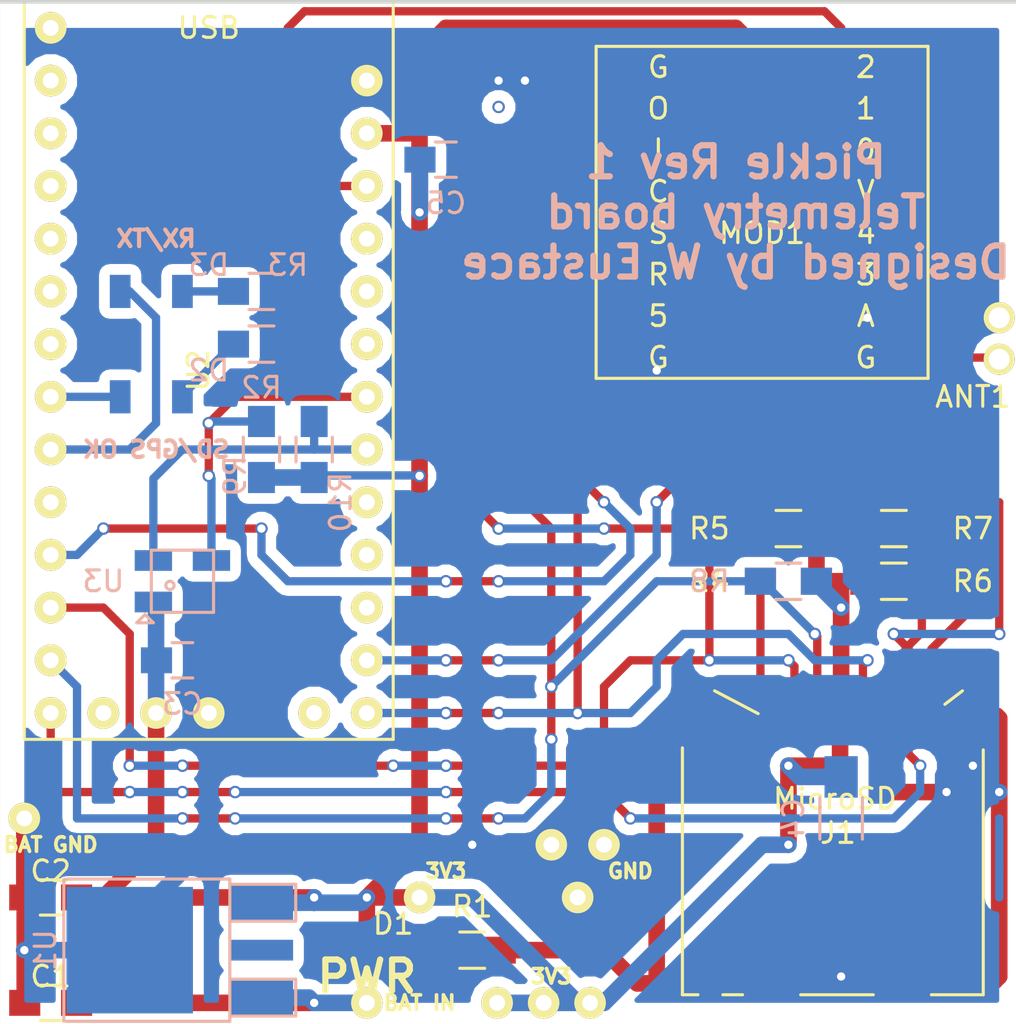
<source format=kicad_pcb>
(kicad_pcb (version 4) (host pcbnew 4.0.2-stable)

  (general
    (links 74)
    (no_connects 4)
    (area 43.151667 22.584999 96.620001 74.635)
    (thickness 1.6)
    (drawings 13)
    (tracks 344)
    (zones 0)
    (modules 33)
    (nets 41)
  )

  (page A4)
  (layers
    (0 F.Cu signal)
    (31 B.Cu signal)
    (32 B.Adhes user hide)
    (33 F.Adhes user hide)
    (34 B.Paste user hide)
    (35 F.Paste user hide)
    (36 B.SilkS user)
    (37 F.SilkS user)
    (38 B.Mask user hide)
    (39 F.Mask user hide)
    (40 Dwgs.User user hide)
    (41 Cmts.User user hide)
    (42 Eco1.User user hide)
    (43 Eco2.User user hide)
    (44 Edge.Cuts user hide)
    (45 Margin user hide)
    (46 B.CrtYd user hide)
    (47 F.CrtYd user hide)
    (48 B.Fab user hide)
    (49 F.Fab user hide)
  )

  (setup
    (last_trace_width 0.4)
    (user_trace_width 0.4)
    (trace_clearance 0.2)
    (zone_clearance 0.508)
    (zone_45_only no)
    (trace_min 0.15)
    (segment_width 0.2)
    (edge_width 0.2)
    (via_size 0.6)
    (via_drill 0.4)
    (via_min_size 0.4)
    (via_min_drill 0.3)
    (uvia_size 0.3)
    (uvia_drill 0.1)
    (uvias_allowed no)
    (uvia_min_size 0.2)
    (uvia_min_drill 0.1)
    (pcb_text_width 0.3)
    (pcb_text_size 1.5 1.5)
    (mod_edge_width 0.15)
    (mod_text_size 1 1)
    (mod_text_width 0.15)
    (pad_size 6.096 6.096)
    (pad_drill 0)
    (pad_to_mask_clearance 0)
    (aux_axis_origin 0 0)
    (visible_elements FFFEFFFF)
    (pcbplotparams
      (layerselection 0x010f0_80000001)
      (usegerberextensions true)
      (excludeedgelayer true)
      (linewidth 0.100000)
      (plotframeref false)
      (viasonmask false)
      (mode 1)
      (useauxorigin false)
      (hpglpennumber 1)
      (hpglpenspeed 20)
      (hpglpendiameter 15)
      (hpglpenoverlay 2)
      (psnegative false)
      (psa4output false)
      (plotreference true)
      (plotvalue true)
      (plotinvisibletext false)
      (padsonsilk false)
      (subtractmaskfromsilk false)
      (outputformat 1)
      (mirror false)
      (drillshape 0)
      (scaleselection 1)
      (outputdirectory export/))
  )

  (net 0 "")
  (net 1 GND)
  (net 2 VCC)
  (net 3 +3V3)
  (net 4 "Net-(D1-Pad1)")
  (net 5 "Net-(D2-Pad2)")
  (net 6 "Net-(D2-Pad1)")
  (net 7 "Net-(D3-Pad2)")
  (net 8 "Net-(D3-Pad1)")
  (net 9 "Net-(J1-Pad1)")
  (net 10 "Net-(J1-Pad2)")
  (net 11 "Net-(J1-Pad3)")
  (net 12 "Net-(J1-Pad5)")
  (net 13 "Net-(J1-Pad7)")
  (net 14 "Net-(J1-Pad8)")
  (net 15 "Net-(MOD1-Pad5)")
  (net 16 "Net-(MOD1-Pad6)")
  (net 17 "Net-(MOD1-Pad7)")
  (net 18 "Net-(ANT1-Pad1)")
  (net 19 "Net-(MOD1-Pad11)")
  (net 20 "Net-(MOD1-Pad12)")
  (net 21 "Net-(MOD1-Pad14)")
  (net 22 "Net-(MOD1-Pad15)")
  (net 23 "Net-(MOD1-Pad16)")
  (net 24 "Net-(P1-Pad2)")
  (net 25 "Net-(P1-Pad3)")
  (net 26 "Net-(P2-Pad1)")
  (net 27 "Net-(P3-Pad1)")
  (net 28 "Net-(P4-Pad1)")
  (net 29 "Net-(P5-Pad1)")
  (net 30 "Net-(P6-Pad1)")
  (net 31 "Net-(P7-Pad1)")
  (net 32 "Net-(P8-Pad1)")
  (net 33 "Net-(P9-Pad1)")
  (net 34 "Net-(P10-Pad1)")
  (net 35 "Net-(P11-Pad1)")
  (net 36 "Net-(P12-Pad1)")
  (net 37 SCL)
  (net 38 SDA)
  (net 39 "Net-(U2-Pad26)")
  (net 40 "Net-(U2-Pad30)")

  (net_class Default "This is the default net class."
    (clearance 0.2)
    (trace_width 0.4)
    (via_dia 0.6)
    (via_drill 0.4)
    (uvia_dia 0.3)
    (uvia_drill 0.1)
    (add_net "Net-(ANT1-Pad1)")
    (add_net "Net-(D1-Pad1)")
    (add_net "Net-(D2-Pad1)")
    (add_net "Net-(D2-Pad2)")
    (add_net "Net-(D3-Pad1)")
    (add_net "Net-(D3-Pad2)")
    (add_net "Net-(J1-Pad1)")
    (add_net "Net-(J1-Pad2)")
    (add_net "Net-(J1-Pad3)")
    (add_net "Net-(J1-Pad5)")
    (add_net "Net-(J1-Pad7)")
    (add_net "Net-(J1-Pad8)")
    (add_net "Net-(MOD1-Pad11)")
    (add_net "Net-(MOD1-Pad12)")
    (add_net "Net-(MOD1-Pad14)")
    (add_net "Net-(MOD1-Pad15)")
    (add_net "Net-(MOD1-Pad16)")
    (add_net "Net-(MOD1-Pad5)")
    (add_net "Net-(MOD1-Pad6)")
    (add_net "Net-(MOD1-Pad7)")
    (add_net "Net-(P1-Pad2)")
    (add_net "Net-(P1-Pad3)")
    (add_net "Net-(P10-Pad1)")
    (add_net "Net-(P11-Pad1)")
    (add_net "Net-(P12-Pad1)")
    (add_net "Net-(P2-Pad1)")
    (add_net "Net-(P3-Pad1)")
    (add_net "Net-(P4-Pad1)")
    (add_net "Net-(P5-Pad1)")
    (add_net "Net-(P6-Pad1)")
    (add_net "Net-(P7-Pad1)")
    (add_net "Net-(P8-Pad1)")
    (add_net "Net-(P9-Pad1)")
    (add_net "Net-(U2-Pad26)")
    (add_net "Net-(U2-Pad30)")
    (add_net SCL)
    (add_net SDA)
  )

  (net_class miniPWR ""
    (clearance 0.2)
    (trace_width 0.4)
    (via_dia 0.6)
    (via_drill 0.4)
    (uvia_dia 0.3)
    (uvia_drill 0.1)
  )

  (net_class pwr ""
    (clearance 0.2)
    (trace_width 0.8)
    (via_dia 0.6)
    (via_drill 0.4)
    (uvia_dia 0.3)
    (uvia_drill 0.1)
    (add_net +3V3)
    (add_net GND)
    (add_net VCC)
  )

  (module Parts:ANT_50ohm (layer F.Cu) (tedit 5783B726) (tstamp 577D0704)
    (at 95.25 38.1 180)
    (path /577BABF4)
    (fp_text reference ANT1 (at 1.27 -3.81 180) (layer F.SilkS)
      (effects (font (size 1 1) (thickness 0.15)))
    )
    (fp_text value ANT (at 2 0 270) (layer F.Fab)
      (effects (font (size 1 1) (thickness 0.15)))
    )
    (pad 2 thru_hole circle (at 0 0 180) (size 1.5 1.5) (drill 1) (layers *.Cu *.Mask F.SilkS)
      (net 1 GND))
    (pad 3 thru_hole circle (at 0 -2 180) (size 1.5 1.5) (drill 1) (layers *.Cu *.Mask F.SilkS))
    (pad 2 smd rect (at 1 0 180) (size 0.8 0.28) (layers F.Cu F.Paste F.Mask)
      (net 1 GND))
  )

  (module Capacitors_SMD.pretty:C_0805_HandSoldering (layer F.Cu) (tedit 578A2FE6) (tstamp 577D0710)
    (at 49.53 71.12 180)
    (descr "Capacitor SMD 0805, hand soldering")
    (tags "capacitor 0805")
    (path /577AA342)
    (attr smd)
    (fp_text reference C1 (at 0 1.27 180) (layer F.SilkS)
      (effects (font (size 1 1) (thickness 0.15)))
    )
    (fp_text value 4.7uF (at 0 2.1 180) (layer Dwgs.User)
      (effects (font (size 1 1) (thickness 0.15)))
    )
    (fp_line (start -2.3 -1) (end 2.3 -1) (layer F.CrtYd) (width 0.05))
    (fp_line (start -2.3 1) (end 2.3 1) (layer F.CrtYd) (width 0.05))
    (fp_line (start -2.3 -1) (end -2.3 1) (layer F.CrtYd) (width 0.05))
    (fp_line (start 2.3 -1) (end 2.3 1) (layer F.CrtYd) (width 0.05))
    (fp_line (start 0.5 -0.85) (end -0.5 -0.85) (layer F.SilkS) (width 0.15))
    (fp_line (start -0.5 0.85) (end 0.5 0.85) (layer F.SilkS) (width 0.15))
    (pad 1 smd rect (at -1.25 0 180) (size 1.5 1.25) (layers F.Cu F.Paste F.Mask)
      (net 2 VCC))
    (pad 2 smd rect (at 1.25 0 180) (size 1.5 1.25) (layers F.Cu F.Paste F.Mask)
      (net 1 GND))
    (model Capacitors_SMD.3dshapes/C_0805_HandSoldering.wrl
      (at (xyz 0 0 0))
      (scale (xyz 1 1 1))
      (rotate (xyz 0 0 0))
    )
  )

  (module Capacitors_SMD.pretty:C_0805_HandSoldering (layer F.Cu) (tedit 577CF102) (tstamp 577D071C)
    (at 49.53 66.04 180)
    (descr "Capacitor SMD 0805, hand soldering")
    (tags "capacitor 0805")
    (path /577AA373)
    (attr smd)
    (fp_text reference C2 (at 0 1.27 180) (layer F.SilkS)
      (effects (font (size 1 1) (thickness 0.15)))
    )
    (fp_text value 4.7uF (at 0 2.1 180) (layer F.Fab)
      (effects (font (size 1 1) (thickness 0.15)))
    )
    (fp_line (start -2.3 -1) (end 2.3 -1) (layer F.CrtYd) (width 0.05))
    (fp_line (start -2.3 1) (end 2.3 1) (layer F.CrtYd) (width 0.05))
    (fp_line (start -2.3 -1) (end -2.3 1) (layer F.CrtYd) (width 0.05))
    (fp_line (start 2.3 -1) (end 2.3 1) (layer F.CrtYd) (width 0.05))
    (fp_line (start 0.5 -0.85) (end -0.5 -0.85) (layer F.SilkS) (width 0.15))
    (fp_line (start -0.5 0.85) (end 0.5 0.85) (layer F.SilkS) (width 0.15))
    (pad 1 smd rect (at -1.25 0 180) (size 1.5 1.25) (layers F.Cu F.Paste F.Mask)
      (net 3 +3V3))
    (pad 2 smd rect (at 1.25 0 180) (size 1.5 1.25) (layers F.Cu F.Paste F.Mask)
      (net 1 GND))
    (model Capacitors_SMD.3dshapes/C_0805_HandSoldering.wrl
      (at (xyz 0 0 0))
      (scale (xyz 1 1 1))
      (rotate (xyz 0 0 0))
    )
  )

  (module william-parts:KingbrightKPTL-3216QBC-D-01 (layer B.Cu) (tedit 57837B4E) (tstamp 577D072F)
    (at 59.69 39.37)
    (path /577BC973)
    (fp_text reference D2 (at -2.54 1.27) (layer B.SilkS)
      (effects (font (size 1 1) (thickness 0.15)) (justify mirror))
    )
    (fp_text value LED (at 0 0.5) (layer B.Fab)
      (effects (font (size 1 1) (thickness 0.15)) (justify mirror))
    )
    (pad 2 smd rect (at -6.81 2.54) (size 1 1.6) (layers B.Cu B.Paste B.Mask)
      (net 5 "Net-(D2-Pad2)"))
    (pad 1 smd rect (at -3.81 2.54) (size 1 1.6) (layers B.Cu B.Paste B.Mask)
      (net 6 "Net-(D2-Pad1)"))
  )

  (module william-parts:KingbrightKPTL-3216QBC-D-01 (layer B.Cu) (tedit 57837B54) (tstamp 577D0735)
    (at 59.69 34.29)
    (path /577BC9BA)
    (fp_text reference D3 (at -2.54 1.27) (layer B.SilkS)
      (effects (font (size 1 1) (thickness 0.15)) (justify mirror))
    )
    (fp_text value LED (at 0 0.5) (layer B.Fab)
      (effects (font (size 1 1) (thickness 0.15)) (justify mirror))
    )
    (pad 2 smd rect (at -6.81 2.54) (size 1 1.6) (layers B.Cu B.Paste B.Mask)
      (net 7 "Net-(D3-Pad2)"))
    (pad 1 smd rect (at -3.81 2.54) (size 1 1.6) (layers B.Cu B.Paste B.Mask)
      (net 8 "Net-(D3-Pad1)"))
  )

  (module Parts:DM3CS-SF (layer F.Cu) (tedit 0) (tstamp 577D0750)
    (at 87.63 62.23 180)
    (path /577B7BC3)
    (fp_text reference J1 (at 0.15 -0.7 180) (layer F.SilkS)
      (effects (font (size 1 1) (thickness 0.15)))
    )
    (fp_text value MicroSD (at 0.3 0.95 180) (layer F.SilkS)
      (effects (font (size 1 1) (thickness 0.15)))
    )
    (fp_line (start -5.85 6.15) (end -5 5.5) (layer F.SilkS) (width 0.15))
    (fp_line (start 6.1 6.15) (end 4 5.05) (layer F.SilkS) (width 0.15))
    (fp_line (start -6.85 3.3) (end -6.85 -8.5) (layer F.SilkS) (width 0.15))
    (fp_line (start -6.85 -8.5) (end -6.35 -8.5) (layer F.SilkS) (width 0.15))
    (fp_line (start -6.15 -8.5) (end -6.35 -8.5) (layer F.SilkS) (width 0.15))
    (fp_line (start -4.35 -8.5) (end -6.15 -8.5) (layer F.SilkS) (width 0.15))
    (fp_line (start 1.95 -8.5) (end -1.55 -8.5) (layer F.SilkS) (width 0.15))
    (fp_line (start 5.7 -8.5) (end 4.75 -8.5) (layer F.SilkS) (width 0.15))
    (fp_line (start 6.9 -8.5) (end 7.65 -8.5) (layer F.SilkS) (width 0.15))
    (fp_line (start 7.65 -8.5) (end 7.65 3.4) (layer F.SilkS) (width 0.15))
    (pad 1 smd rect (at 3.35 5.15 180) (size 0.7 2.6) (layers F.Cu F.Paste F.Mask)
      (net 9 "Net-(J1-Pad1)"))
    (pad 2 smd rect (at 2.25 5.15 180) (size 0.7 2.6) (layers F.Cu F.Paste F.Mask)
      (net 10 "Net-(J1-Pad2)"))
    (pad 3 smd rect (at 1.15 5.15 180) (size 0.7 2.6) (layers F.Cu F.Paste F.Mask)
      (net 11 "Net-(J1-Pad3)"))
    (pad 4 smd rect (at 0.05 5.15 180) (size 0.7 2.6) (layers F.Cu F.Paste F.Mask)
      (net 3 +3V3))
    (pad 5 smd rect (at -1.05 5.15 180) (size 0.7 2.6) (layers F.Cu F.Paste F.Mask)
      (net 12 "Net-(J1-Pad5)"))
    (pad 6 smd rect (at -2.15 5.15 180) (size 0.7 2.6) (layers F.Cu F.Paste F.Mask)
      (net 1 GND))
    (pad 7 smd rect (at -3.25 5.15 180) (size 0.7 2.6) (layers F.Cu F.Paste F.Mask)
      (net 13 "Net-(J1-Pad7)"))
    (pad 8 smd rect (at -4.35 5.15 180) (size 0.7 2.6) (layers F.Cu F.Paste F.Mask)
      (net 14 "Net-(J1-Pad8)"))
    (pad S smd rect (at 7.1 4.8 180) (size 1.5 2.6) (layers F.Cu F.Paste F.Mask)
      (net 1 GND))
    (pad S smd rect (at -6.45 4.95 180) (size 1 2.6) (layers F.Cu F.Paste F.Mask)
      (net 1 GND))
    (pad S smd rect (at 3.35 -7.85 180) (size 2.7 1.4) (layers F.Cu F.Paste F.Mask)
      (net 1 GND))
    (pad S smd rect (at 6.35 -7.95 180) (size 1.2 1.2) (layers F.Cu F.Paste F.Mask)
      (net 1 GND))
    (pad S smd rect (at -2.95 -7.85 180) (size 2.7 1.4) (layers F.Cu F.Paste F.Mask)
      (net 1 GND))
  )

  (module Parts:RFM9xW (layer F.Cu) (tedit 569268B4) (tstamp 577D0778)
    (at 83.82 33.02)
    (path /577B9D2E)
    (fp_text reference MOD1 (at 0 1) (layer F.SilkS)
      (effects (font (size 1 1) (thickness 0.15)))
    )
    (fp_text value RFM_9xW (at 0 -1) (layer F.Fab)
      (effects (font (size 1 1) (thickness 0.15)))
    )
    (fp_text user 2 (at 5 -7) (layer F.SilkS)
      (effects (font (size 1 1) (thickness 0.15)))
    )
    (fp_text user 1 (at 5 -5) (layer F.SilkS)
      (effects (font (size 1 1) (thickness 0.15)))
    )
    (fp_text user 0 (at 5 -3) (layer F.SilkS)
      (effects (font (size 1 1) (thickness 0.15)))
    )
    (fp_text user V (at 5 -1) (layer F.SilkS)
      (effects (font (size 1 1) (thickness 0.15)))
    )
    (fp_text user 4 (at 5 1) (layer F.SilkS)
      (effects (font (size 1 1) (thickness 0.15)))
    )
    (fp_text user 3 (at 5 3) (layer F.SilkS)
      (effects (font (size 1 1) (thickness 0.15)))
    )
    (fp_text user 5 (at -5 5) (layer F.SilkS)
      (effects (font (size 1 1) (thickness 0.15)))
    )
    (fp_text user R (at -5 3) (layer F.SilkS)
      (effects (font (size 1 1) (thickness 0.15)))
    )
    (fp_text user S (at -5 1) (layer F.SilkS)
      (effects (font (size 1 1) (thickness 0.15)))
    )
    (fp_text user C (at -5 -1) (layer F.SilkS)
      (effects (font (size 1 1) (thickness 0.15)))
    )
    (fp_text user I (at -5 -3) (layer F.SilkS)
      (effects (font (size 1 1) (thickness 0.15)))
    )
    (fp_text user O (at -5 -5) (layer F.SilkS)
      (effects (font (size 1 1) (thickness 0.15)))
    )
    (fp_text user A (at 5 5) (layer F.SilkS)
      (effects (font (size 1 1) (thickness 0.15)))
    )
    (fp_text user G (at 5 7) (layer F.SilkS)
      (effects (font (size 1 1) (thickness 0.15)))
    )
    (fp_text user G (at -5 7) (layer F.SilkS)
      (effects (font (size 1 1) (thickness 0.15)))
    )
    (fp_text user G (at -5 -7) (layer F.SilkS)
      (effects (font (size 1 1) (thickness 0.15)))
    )
    (fp_line (start -8 8) (end -8 -8) (layer F.SilkS) (width 0.15))
    (fp_line (start 8 8) (end -8 8) (layer F.SilkS) (width 0.15))
    (fp_line (start 8 -8) (end 8 8) (layer F.SilkS) (width 0.15))
    (fp_line (start -8 -8) (end 8 -8) (layer F.SilkS) (width 0.15))
    (pad 1 smd rect (at -8 -7) (size 3 1.1) (layers F.Cu F.Paste F.Mask)
      (net 1 GND))
    (pad 2 smd rect (at -8 -5) (size 3 1.1) (layers F.Cu F.Paste F.Mask)
      (net 13 "Net-(J1-Pad7)"))
    (pad 3 smd rect (at -8 -3) (size 3 1.1) (layers F.Cu F.Paste F.Mask)
      (net 11 "Net-(J1-Pad3)"))
    (pad 4 smd rect (at -8 -1) (size 3 1.1) (layers F.Cu F.Paste F.Mask)
      (net 12 "Net-(J1-Pad5)"))
    (pad 5 smd rect (at -8 1) (size 3 1.1) (layers F.Cu F.Paste F.Mask)
      (net 15 "Net-(MOD1-Pad5)"))
    (pad 6 smd rect (at -8 3) (size 3 1.1) (layers F.Cu F.Paste F.Mask)
      (net 16 "Net-(MOD1-Pad6)"))
    (pad 7 smd rect (at -8 5) (size 3 1.1) (layers F.Cu F.Paste F.Mask)
      (net 17 "Net-(MOD1-Pad7)"))
    (pad 8 smd rect (at -8 7) (size 3 1.1) (layers F.Cu F.Paste F.Mask)
      (net 1 GND))
    (pad 9 smd rect (at 8 7) (size 3 1.1) (layers F.Cu F.Paste F.Mask)
      (net 18 "Net-(ANT1-Pad1)"))
    (pad 10 smd rect (at 8 5) (size 3 1.1) (layers F.Cu F.Paste F.Mask)
      (net 1 GND))
    (pad 11 smd rect (at 8 3) (size 3 1.1) (layers F.Cu F.Paste F.Mask)
      (net 19 "Net-(MOD1-Pad11)"))
    (pad 12 smd rect (at 8 1) (size 3 1.1) (layers F.Cu F.Paste F.Mask)
      (net 20 "Net-(MOD1-Pad12)"))
    (pad 13 smd rect (at 8 -1) (size 3 1.1) (layers F.Cu F.Paste F.Mask)
      (net 3 +3V3))
    (pad 14 smd rect (at 8 -3) (size 3 1.1) (layers F.Cu F.Paste F.Mask)
      (net 21 "Net-(MOD1-Pad14)"))
    (pad 15 smd rect (at 8 -5) (size 3 1.1) (layers F.Cu F.Paste F.Mask)
      (net 22 "Net-(MOD1-Pad15)"))
    (pad 16 smd rect (at 8 -7) (size 3 1.1) (layers F.Cu F.Paste F.Mask)
      (net 23 "Net-(MOD1-Pad16)"))
  )

  (module Resistors_SMD.pretty:R_0805_HandSoldering (layer F.Cu) (tedit 54189DEE) (tstamp 577D07C9)
    (at 69.85 68.58)
    (descr "Resistor SMD 0805, hand soldering")
    (tags "resistor 0805")
    (path /577BCA3E)
    (attr smd)
    (fp_text reference R1 (at 0 -2.1) (layer F.SilkS)
      (effects (font (size 1 1) (thickness 0.15)))
    )
    (fp_text value 470 (at 0 2.1) (layer F.Fab)
      (effects (font (size 1 1) (thickness 0.15)))
    )
    (fp_line (start -2.4 -1) (end 2.4 -1) (layer F.CrtYd) (width 0.05))
    (fp_line (start -2.4 1) (end 2.4 1) (layer F.CrtYd) (width 0.05))
    (fp_line (start -2.4 -1) (end -2.4 1) (layer F.CrtYd) (width 0.05))
    (fp_line (start 2.4 -1) (end 2.4 1) (layer F.CrtYd) (width 0.05))
    (fp_line (start 0.6 0.875) (end -0.6 0.875) (layer F.SilkS) (width 0.15))
    (fp_line (start -0.6 -0.875) (end 0.6 -0.875) (layer F.SilkS) (width 0.15))
    (pad 1 smd rect (at -1.35 0) (size 1.5 1.3) (layers F.Cu F.Paste F.Mask)
      (net 4 "Net-(D1-Pad1)"))
    (pad 2 smd rect (at 1.35 0) (size 1.5 1.3) (layers F.Cu F.Paste F.Mask)
      (net 1 GND))
    (model Resistors_SMD.3dshapes/R_0805_HandSoldering.wrl
      (at (xyz 0 0 0))
      (scale (xyz 1 1 1))
      (rotate (xyz 0 0 0))
    )
  )

  (module Resistors_SMD.pretty:R_0805_HandSoldering (layer B.Cu) (tedit 54189DEE) (tstamp 577D07D5)
    (at 59.69 39.37)
    (descr "Resistor SMD 0805, hand soldering")
    (tags "resistor 0805")
    (path /577BCA86)
    (attr smd)
    (fp_text reference R2 (at 0 2.1) (layer B.SilkS)
      (effects (font (size 1 1) (thickness 0.15)) (justify mirror))
    )
    (fp_text value 470 (at 0 -2.1) (layer B.Fab)
      (effects (font (size 1 1) (thickness 0.15)) (justify mirror))
    )
    (fp_line (start -2.4 1) (end 2.4 1) (layer B.CrtYd) (width 0.05))
    (fp_line (start -2.4 -1) (end 2.4 -1) (layer B.CrtYd) (width 0.05))
    (fp_line (start -2.4 1) (end -2.4 -1) (layer B.CrtYd) (width 0.05))
    (fp_line (start 2.4 1) (end 2.4 -1) (layer B.CrtYd) (width 0.05))
    (fp_line (start 0.6 -0.875) (end -0.6 -0.875) (layer B.SilkS) (width 0.15))
    (fp_line (start -0.6 0.875) (end 0.6 0.875) (layer B.SilkS) (width 0.15))
    (pad 1 smd rect (at -1.35 0) (size 1.5 1.3) (layers B.Cu B.Paste B.Mask)
      (net 6 "Net-(D2-Pad1)"))
    (pad 2 smd rect (at 1.35 0) (size 1.5 1.3) (layers B.Cu B.Paste B.Mask)
      (net 1 GND))
    (model Resistors_SMD.3dshapes/R_0805_HandSoldering.wrl
      (at (xyz 0 0 0))
      (scale (xyz 1 1 1))
      (rotate (xyz 0 0 0))
    )
  )

  (module Resistors_SMD.pretty:R_0805_HandSoldering (layer B.Cu) (tedit 57837BC4) (tstamp 577D07E1)
    (at 59.69 36.83)
    (descr "Resistor SMD 0805, hand soldering")
    (tags "resistor 0805")
    (path /577BCADB)
    (attr smd)
    (fp_text reference R3 (at 1.27 -1.27) (layer B.SilkS)
      (effects (font (size 1 1) (thickness 0.15)) (justify mirror))
    )
    (fp_text value 470 (at 0 -2.1) (layer B.Fab)
      (effects (font (size 1 1) (thickness 0.15)) (justify mirror))
    )
    (fp_line (start -2.4 1) (end 2.4 1) (layer B.CrtYd) (width 0.05))
    (fp_line (start -2.4 -1) (end 2.4 -1) (layer B.CrtYd) (width 0.05))
    (fp_line (start -2.4 1) (end -2.4 -1) (layer B.CrtYd) (width 0.05))
    (fp_line (start 2.4 1) (end 2.4 -1) (layer B.CrtYd) (width 0.05))
    (fp_line (start 0.6 -0.875) (end -0.6 -0.875) (layer B.SilkS) (width 0.15))
    (fp_line (start -0.6 0.875) (end 0.6 0.875) (layer B.SilkS) (width 0.15))
    (pad 1 smd rect (at -1.35 0) (size 1.5 1.3) (layers B.Cu B.Paste B.Mask)
      (net 8 "Net-(D3-Pad1)"))
    (pad 2 smd rect (at 1.35 0) (size 1.5 1.3) (layers B.Cu B.Paste B.Mask)
      (net 1 GND))
    (model Resistors_SMD.3dshapes/R_0805_HandSoldering.wrl
      (at (xyz 0 0 0))
      (scale (xyz 1 1 1))
      (rotate (xyz 0 0 0))
    )
  )

  (module Resistors_SMD.pretty:R_0805_HandSoldering (layer F.Cu) (tedit 577CFEC7) (tstamp 577D07ED)
    (at 85.09 50.8 180)
    (descr "Resistor SMD 0805, hand soldering")
    (tags "resistor 0805")
    (path /577BA0BF)
    (attr smd)
    (fp_text reference R4 (at 3.81 0 180) (layer F.SilkS)
      (effects (font (size 1 1) (thickness 0.15)))
    )
    (fp_text value 47k (at 0 2.1 180) (layer F.Fab)
      (effects (font (size 1 1) (thickness 0.15)))
    )
    (fp_line (start -2.4 -1) (end 2.4 -1) (layer F.CrtYd) (width 0.05))
    (fp_line (start -2.4 1) (end 2.4 1) (layer F.CrtYd) (width 0.05))
    (fp_line (start -2.4 -1) (end -2.4 1) (layer F.CrtYd) (width 0.05))
    (fp_line (start 2.4 -1) (end 2.4 1) (layer F.CrtYd) (width 0.05))
    (fp_line (start 0.6 0.875) (end -0.6 0.875) (layer F.SilkS) (width 0.15))
    (fp_line (start -0.6 -0.875) (end 0.6 -0.875) (layer F.SilkS) (width 0.15))
    (pad 1 smd rect (at -1.35 0 180) (size 1.5 1.3) (layers F.Cu F.Paste F.Mask)
      (net 3 +3V3))
    (pad 2 smd rect (at 1.35 0 180) (size 1.5 1.3) (layers F.Cu F.Paste F.Mask)
      (net 9 "Net-(J1-Pad1)"))
    (model Resistors_SMD.3dshapes/R_0805_HandSoldering.wrl
      (at (xyz 0 0 0))
      (scale (xyz 1 1 1))
      (rotate (xyz 0 0 0))
    )
  )

  (module Resistors_SMD.pretty:R_0805_HandSoldering (layer F.Cu) (tedit 577CFEC4) (tstamp 577D07F9)
    (at 85.09 48.26 180)
    (descr "Resistor SMD 0805, hand soldering")
    (tags "resistor 0805")
    (path /577BA0FC)
    (attr smd)
    (fp_text reference R5 (at 3.81 0 180) (layer F.SilkS)
      (effects (font (size 1 1) (thickness 0.15)))
    )
    (fp_text value 47k (at 0 2.1 180) (layer F.Fab)
      (effects (font (size 1 1) (thickness 0.15)))
    )
    (fp_line (start -2.4 -1) (end 2.4 -1) (layer F.CrtYd) (width 0.05))
    (fp_line (start -2.4 1) (end 2.4 1) (layer F.CrtYd) (width 0.05))
    (fp_line (start -2.4 -1) (end -2.4 1) (layer F.CrtYd) (width 0.05))
    (fp_line (start 2.4 -1) (end 2.4 1) (layer F.CrtYd) (width 0.05))
    (fp_line (start 0.6 0.875) (end -0.6 0.875) (layer F.SilkS) (width 0.15))
    (fp_line (start -0.6 -0.875) (end 0.6 -0.875) (layer F.SilkS) (width 0.15))
    (pad 1 smd rect (at -1.35 0 180) (size 1.5 1.3) (layers F.Cu F.Paste F.Mask)
      (net 3 +3V3))
    (pad 2 smd rect (at 1.35 0 180) (size 1.5 1.3) (layers F.Cu F.Paste F.Mask)
      (net 10 "Net-(J1-Pad2)"))
    (model Resistors_SMD.3dshapes/R_0805_HandSoldering.wrl
      (at (xyz 0 0 0))
      (scale (xyz 1 1 1))
      (rotate (xyz 0 0 0))
    )
  )

  (module Resistors_SMD.pretty:R_0805_HandSoldering (layer F.Cu) (tedit 577CFEBC) (tstamp 577D0805)
    (at 90.17 50.8)
    (descr "Resistor SMD 0805, hand soldering")
    (tags "resistor 0805")
    (path /577BA135)
    (attr smd)
    (fp_text reference R6 (at 3.81 0) (layer F.SilkS)
      (effects (font (size 1 1) (thickness 0.15)))
    )
    (fp_text value 47k (at 0 2.1) (layer F.Fab)
      (effects (font (size 1 1) (thickness 0.15)))
    )
    (fp_line (start -2.4 -1) (end 2.4 -1) (layer F.CrtYd) (width 0.05))
    (fp_line (start -2.4 1) (end 2.4 1) (layer F.CrtYd) (width 0.05))
    (fp_line (start -2.4 -1) (end -2.4 1) (layer F.CrtYd) (width 0.05))
    (fp_line (start 2.4 -1) (end 2.4 1) (layer F.CrtYd) (width 0.05))
    (fp_line (start 0.6 0.875) (end -0.6 0.875) (layer F.SilkS) (width 0.15))
    (fp_line (start -0.6 -0.875) (end 0.6 -0.875) (layer F.SilkS) (width 0.15))
    (pad 1 smd rect (at -1.35 0) (size 1.5 1.3) (layers F.Cu F.Paste F.Mask)
      (net 3 +3V3))
    (pad 2 smd rect (at 1.35 0) (size 1.5 1.3) (layers F.Cu F.Paste F.Mask)
      (net 13 "Net-(J1-Pad7)"))
    (model Resistors_SMD.3dshapes/R_0805_HandSoldering.wrl
      (at (xyz 0 0 0))
      (scale (xyz 1 1 1))
      (rotate (xyz 0 0 0))
    )
  )

  (module Resistors_SMD.pretty:R_0805_HandSoldering (layer F.Cu) (tedit 577CFEBF) (tstamp 577D0811)
    (at 90.17 48.26)
    (descr "Resistor SMD 0805, hand soldering")
    (tags "resistor 0805")
    (path /577BA413)
    (attr smd)
    (fp_text reference R7 (at 3.81 0) (layer F.SilkS)
      (effects (font (size 1 1) (thickness 0.15)))
    )
    (fp_text value 47k (at 0 2.1) (layer F.Fab)
      (effects (font (size 1 1) (thickness 0.15)))
    )
    (fp_line (start -2.4 -1) (end 2.4 -1) (layer F.CrtYd) (width 0.05))
    (fp_line (start -2.4 1) (end 2.4 1) (layer F.CrtYd) (width 0.05))
    (fp_line (start -2.4 -1) (end -2.4 1) (layer F.CrtYd) (width 0.05))
    (fp_line (start 2.4 -1) (end 2.4 1) (layer F.CrtYd) (width 0.05))
    (fp_line (start 0.6 0.875) (end -0.6 0.875) (layer F.SilkS) (width 0.15))
    (fp_line (start -0.6 -0.875) (end 0.6 -0.875) (layer F.SilkS) (width 0.15))
    (pad 1 smd rect (at -1.35 0) (size 1.5 1.3) (layers F.Cu F.Paste F.Mask)
      (net 3 +3V3))
    (pad 2 smd rect (at 1.35 0) (size 1.5 1.3) (layers F.Cu F.Paste F.Mask)
      (net 14 "Net-(J1-Pad8)"))
    (model Resistors_SMD.3dshapes/R_0805_HandSoldering.wrl
      (at (xyz 0 0 0))
      (scale (xyz 1 1 1))
      (rotate (xyz 0 0 0))
    )
  )

  (module Resistors_SMD.pretty:R_0805_HandSoldering (layer B.Cu) (tedit 577D0068) (tstamp 577D081D)
    (at 85.09 50.8 180)
    (descr "Resistor SMD 0805, hand soldering")
    (tags "resistor 0805")
    (path /577BA450)
    (attr smd)
    (fp_text reference R8 (at 3.81 0 180) (layer B.SilkS)
      (effects (font (size 1 1) (thickness 0.15)) (justify mirror))
    )
    (fp_text value 47k (at 0 -2.1 180) (layer B.Fab)
      (effects (font (size 1 1) (thickness 0.15)) (justify mirror))
    )
    (fp_line (start -2.4 1) (end 2.4 1) (layer B.CrtYd) (width 0.05))
    (fp_line (start -2.4 -1) (end 2.4 -1) (layer B.CrtYd) (width 0.05))
    (fp_line (start -2.4 1) (end -2.4 -1) (layer B.CrtYd) (width 0.05))
    (fp_line (start 2.4 1) (end 2.4 -1) (layer B.CrtYd) (width 0.05))
    (fp_line (start 0.6 -0.875) (end -0.6 -0.875) (layer B.SilkS) (width 0.15))
    (fp_line (start -0.6 0.875) (end 0.6 0.875) (layer B.SilkS) (width 0.15))
    (pad 1 smd rect (at -1.35 0 180) (size 1.5 1.3) (layers B.Cu B.Paste B.Mask)
      (net 3 +3V3))
    (pad 2 smd rect (at 1.35 0 180) (size 1.5 1.3) (layers B.Cu B.Paste B.Mask)
      (net 11 "Net-(J1-Pad3)"))
    (model Resistors_SMD.3dshapes/R_0805_HandSoldering.wrl
      (at (xyz 0 0 0))
      (scale (xyz 1 1 1))
      (rotate (xyz 0 0 0))
    )
  )

  (module Resistors_SMD.pretty:R_0805_HandSoldering (layer B.Cu) (tedit 57838550) (tstamp 577D0829)
    (at 62.23 44.45 90)
    (descr "Resistor SMD 0805, hand soldering")
    (tags "resistor 0805")
    (path /577B9A16)
    (attr smd)
    (fp_text reference R9 (at -1.27 -3.81 90) (layer B.SilkS)
      (effects (font (size 1 1) (thickness 0.15)) (justify mirror))
    )
    (fp_text value 2.2k (at 0 -2.1 90) (layer B.Fab)
      (effects (font (size 1 1) (thickness 0.15)) (justify mirror))
    )
    (fp_line (start -2.4 1) (end 2.4 1) (layer B.CrtYd) (width 0.05))
    (fp_line (start -2.4 -1) (end 2.4 -1) (layer B.CrtYd) (width 0.05))
    (fp_line (start -2.4 1) (end -2.4 -1) (layer B.CrtYd) (width 0.05))
    (fp_line (start 2.4 1) (end 2.4 -1) (layer B.CrtYd) (width 0.05))
    (fp_line (start 0.6 -0.875) (end -0.6 -0.875) (layer B.SilkS) (width 0.15))
    (fp_line (start -0.6 0.875) (end 0.6 0.875) (layer B.SilkS) (width 0.15))
    (pad 1 smd rect (at -1.35 0 90) (size 1.5 1.3) (layers B.Cu B.Paste B.Mask)
      (net 3 +3V3))
    (pad 2 smd rect (at 1.35 0 90) (size 1.5 1.3) (layers B.Cu B.Paste B.Mask)
      (net 38 SDA))
    (model Resistors_SMD.3dshapes/R_0805_HandSoldering.wrl
      (at (xyz 0 0 0))
      (scale (xyz 1 1 1))
      (rotate (xyz 0 0 0))
    )
  )

  (module Resistors_SMD.pretty:R_0805_HandSoldering (layer B.Cu) (tedit 57838555) (tstamp 577D0835)
    (at 59.69 44.45 90)
    (descr "Resistor SMD 0805, hand soldering")
    (tags "resistor 0805")
    (path /577B9A6D)
    (attr smd)
    (fp_text reference R10 (at -2.54 3.81 90) (layer B.SilkS)
      (effects (font (size 1 1) (thickness 0.15)) (justify mirror))
    )
    (fp_text value 2.2k (at 0 -2.1 90) (layer B.Fab)
      (effects (font (size 1 1) (thickness 0.15)) (justify mirror))
    )
    (fp_line (start -2.4 1) (end 2.4 1) (layer B.CrtYd) (width 0.05))
    (fp_line (start -2.4 -1) (end 2.4 -1) (layer B.CrtYd) (width 0.05))
    (fp_line (start -2.4 1) (end -2.4 -1) (layer B.CrtYd) (width 0.05))
    (fp_line (start 2.4 1) (end 2.4 -1) (layer B.CrtYd) (width 0.05))
    (fp_line (start 0.6 -0.875) (end -0.6 -0.875) (layer B.SilkS) (width 0.15))
    (fp_line (start -0.6 0.875) (end 0.6 0.875) (layer B.SilkS) (width 0.15))
    (pad 1 smd rect (at -1.35 0 90) (size 1.5 1.3) (layers B.Cu B.Paste B.Mask)
      (net 3 +3V3))
    (pad 2 smd rect (at 1.35 0 90) (size 1.5 1.3) (layers B.Cu B.Paste B.Mask)
      (net 37 SCL))
    (model Resistors_SMD.3dshapes/R_0805_HandSoldering.wrl
      (at (xyz 0 0 0))
      (scale (xyz 1 1 1))
      (rotate (xyz 0 0 0))
    )
  )

  (module william-parts:Teensy-LC (layer F.Cu) (tedit 57837A3E) (tstamp 577D0870)
    (at 57.15 40.64 270)
    (path /577B92B8)
    (fp_text reference U2 (at 0 0.5 270) (layer F.SilkS)
      (effects (font (size 1 1) (thickness 0.15)))
    )
    (fp_text value Teensy_LC (at 0 -0.5 270) (layer F.Fab)
      (effects (font (size 1 1) (thickness 0.15)))
    )
    (fp_text user USB (at -16.51 0 360) (layer F.SilkS)
      (effects (font (size 1 1) (thickness 0.15)))
    )
    (fp_line (start -17.78 8.89) (end -17.78 -8.89) (layer F.SilkS) (width 0.15))
    (fp_line (start -17.78 -8.89) (end 17.78 -8.89) (layer F.SilkS) (width 0.15))
    (fp_line (start 17.78 -8.89) (end 17.78 8.89) (layer F.SilkS) (width 0.15))
    (fp_line (start 17.78 8.89) (end -17.78 8.89) (layer F.SilkS) (width 0.15))
    (pad 27 thru_hole circle (at -16.51 7.62 270) (size 1.524 1.524) (drill 0.762) (layers *.Cu *.Mask F.SilkS)
      (net 1 GND))
    (pad 0 thru_hole circle (at -13.97 7.62 270) (size 1.524 1.524) (drill 0.762) (layers *.Cu *.Mask F.SilkS)
      (net 25 "Net-(P1-Pad3)"))
    (pad 1 thru_hole circle (at -11.43 7.62 270) (size 1.524 1.524) (drill 0.762) (layers *.Cu *.Mask F.SilkS)
      (net 24 "Net-(P1-Pad2)"))
    (pad 2 thru_hole circle (at -8.89 7.62 270) (size 1.524 1.524) (drill 0.762) (layers *.Cu *.Mask F.SilkS)
      (net 26 "Net-(P2-Pad1)"))
    (pad 3 thru_hole circle (at -6.35 7.62 270) (size 1.524 1.524) (drill 0.762) (layers *.Cu *.Mask F.SilkS)
      (net 27 "Net-(P3-Pad1)"))
    (pad 4 thru_hole circle (at -3.81 7.62 270) (size 1.524 1.524) (drill 0.762) (layers *.Cu *.Mask F.SilkS)
      (net 28 "Net-(P4-Pad1)"))
    (pad 5 thru_hole circle (at -1.27 7.62 270) (size 1.524 1.524) (drill 0.762) (layers *.Cu *.Mask F.SilkS)
      (net 29 "Net-(P5-Pad1)"))
    (pad 6 thru_hole circle (at 1.27 7.62 270) (size 1.524 1.524) (drill 0.762) (layers *.Cu *.Mask F.SilkS)
      (net 5 "Net-(D2-Pad2)"))
    (pad 7 thru_hole circle (at 3.81 7.62 270) (size 1.524 1.524) (drill 0.762) (layers *.Cu *.Mask F.SilkS)
      (net 7 "Net-(D3-Pad2)"))
    (pad 8 thru_hole circle (at 6.35 7.62 270) (size 1.524 1.524) (drill 0.762) (layers *.Cu *.Mask F.SilkS)
      (net 36 "Net-(P12-Pad1)"))
    (pad 9 thru_hole circle (at 8.89 7.62 270) (size 1.524 1.524) (drill 0.762) (layers *.Cu *.Mask F.SilkS)
      (net 15 "Net-(MOD1-Pad5)"))
    (pad 10 thru_hole circle (at 11.43 7.62 270) (size 1.524 1.524) (drill 0.762) (layers *.Cu *.Mask F.SilkS)
      (net 10 "Net-(J1-Pad2)"))
    (pad 11 thru_hole circle (at 13.97 7.62 270) (size 1.524 1.524) (drill 0.762) (layers *.Cu *.Mask F.SilkS)
      (net 11 "Net-(J1-Pad3)"))
    (pad 12 thru_hole circle (at 16.51 7.62 270) (size 1.524 1.524) (drill 0.762) (layers *.Cu *.Mask F.SilkS)
      (net 13 "Net-(J1-Pad7)"))
    (pad 13 thru_hole circle (at 16.51 -7.62 270) (size 1.524 1.524) (drill 0.762) (layers *.Cu *.Mask F.SilkS)
      (net 12 "Net-(J1-Pad5)"))
    (pad 14 thru_hole circle (at 13.97 -7.62 270) (size 1.524 1.524) (drill 0.762) (layers *.Cu *.Mask F.SilkS)
      (net 16 "Net-(MOD1-Pad6)"))
    (pad 15 thru_hole circle (at 11.43 -7.62 270) (size 1.524 1.524) (drill 0.762) (layers *.Cu *.Mask F.SilkS)
      (net 30 "Net-(P6-Pad1)"))
    (pad 16 thru_hole circle (at 8.89 -7.62 270) (size 1.524 1.524) (drill 0.762) (layers *.Cu *.Mask F.SilkS)
      (net 31 "Net-(P7-Pad1)"))
    (pad 17 thru_hole circle (at 6.35 -7.62 270) (size 1.524 1.524) (drill 0.762) (layers *.Cu *.Mask F.SilkS)
      (net 32 "Net-(P8-Pad1)"))
    (pad 18 thru_hole circle (at 3.81 -7.62 270) (size 1.524 1.524) (drill 0.762) (layers *.Cu *.Mask F.SilkS)
      (net 38 SDA))
    (pad 19 thru_hole circle (at 1.27 -7.62 270) (size 1.524 1.524) (drill 0.762) (layers *.Cu *.Mask F.SilkS)
      (net 37 SCL))
    (pad 20 thru_hole circle (at -1.27 -7.62 270) (size 1.524 1.524) (drill 0.762) (layers *.Cu *.Mask F.SilkS)
      (net 33 "Net-(P9-Pad1)"))
    (pad 21 thru_hole circle (at -3.81 -7.62 270) (size 1.524 1.524) (drill 0.762) (layers *.Cu *.Mask F.SilkS)
      (net 34 "Net-(P10-Pad1)"))
    (pad 22 thru_hole circle (at -6.35 -7.62 270) (size 1.524 1.524) (drill 0.762) (layers *.Cu *.Mask F.SilkS)
      (net 35 "Net-(P11-Pad1)"))
    (pad 23 thru_hole circle (at -8.89 -7.62 270) (size 1.524 1.524) (drill 0.762) (layers *.Cu *.Mask F.SilkS)
      (net 21 "Net-(MOD1-Pad14)"))
    (pad 24 thru_hole circle (at -11.43 -7.62 270) (size 1.524 1.524) (drill 0.762) (layers *.Cu *.Mask F.SilkS)
      (net 3 +3V3))
    (pad 25 thru_hole circle (at 16.51 2.54 270) (size 1.524 1.524) (drill 0.762) (layers *.Cu *.Mask F.SilkS)
      (net 3 +3V3))
    (pad 26 thru_hole circle (at 16.51 -5.08 270) (size 1.524 1.524) (drill 0.762) (layers *.Cu *.Mask F.SilkS)
      (net 39 "Net-(U2-Pad26)"))
    (pad 28 thru_hole circle (at -13.97 -7.62 270) (size 1.524 1.524) (drill 0.762) (layers *.Cu *.Mask F.SilkS)
      (net 1 GND))
    (pad 29 thru_hole circle (at 16.51 0 270) (size 1.524 1.524) (drill 0.762) (layers *.Cu *.Mask F.SilkS)
      (net 1 GND))
    (pad 30 thru_hole circle (at 16.51 5.08 270) (size 1.524 1.524) (drill 0.762) (layers *.Cu *.Mask F.SilkS)
      (net 40 "Net-(U2-Pad30)"))
  )

  (module Parts:MS5637 (layer B.Cu) (tedit 57837A37) (tstamp 577D0881)
    (at 55.88 50.8)
    (path /577B79E1)
    (fp_text reference U3 (at -3.81 0) (layer B.SilkS)
      (effects (font (size 1 1) (thickness 0.15)) (justify mirror))
    )
    (fp_text value MS5637 (at 6 -4) (layer B.Fab)
      (effects (font (size 1 1) (thickness 0.15)) (justify mirror))
    )
    (fp_line (start -1.6 2) (end -1.4 2) (layer B.SilkS) (width 0.15))
    (fp_line (start -1.4 2) (end -1.8 1.6) (layer B.SilkS) (width 0.15))
    (fp_line (start -1.8 1.6) (end -2.2 2) (layer B.SilkS) (width 0.15))
    (fp_line (start -2.2 2) (end -1.6 2) (layer B.SilkS) (width 0.15))
    (fp_circle (center -0.6 0.2) (end -0.4 0.2) (layer B.SilkS) (width 0.15))
    (fp_line (start -1.5 1.5) (end 1.5 1.5) (layer B.SilkS) (width 0.15))
    (fp_line (start 1.5 1.5) (end 1.5 -1.5) (layer B.SilkS) (width 0.15))
    (fp_line (start 1.5 -1.5) (end -1.5 -1.5) (layer B.SilkS) (width 0.15))
    (fp_line (start -1.5 -1.5) (end -1.5 1.5) (layer B.SilkS) (width 0.15))
    (pad 1 smd rect (at -1.4 1) (size 1.8 1) (layers B.Cu B.Paste B.Mask)
      (net 3 +3V3))
    (pad 2 smd rect (at -1.4 -1) (size 1.8 1) (layers B.Cu B.Paste B.Mask)
      (net 38 SDA))
    (pad 3 smd rect (at 1.4 -1) (size 1.8 1) (layers B.Cu B.Paste B.Mask)
      (net 37 SCL))
    (pad 4 smd rect (at 1.4 1) (size 1.8 1) (layers B.Cu B.Paste B.Mask)
      (net 1 GND))
  )

  (module william-parts:KPH-1608SGC (layer F.Cu) (tedit 5783798C) (tstamp 57837547)
    (at 68.58 63.5 90)
    (path /577BC7D9)
    (fp_text reference D1 (at -3.81 -2.54 180) (layer F.SilkS)
      (effects (font (size 1 1) (thickness 0.15)))
    )
    (fp_text value LED (at 0 -0.5 90) (layer F.Fab)
      (effects (font (size 1 1) (thickness 0.15)))
    )
    (pad 2 smd rect (at -3.78 -3.81 90) (size 0.4 0.8) (layers F.Cu F.Paste F.Mask)
      (net 3 +3V3))
    (pad 1 smd rect (at -5.08 -3.81 90) (size 0.4 0.8) (layers F.Cu F.Paste F.Mask)
      (net 4 "Net-(D1-Pad1)"))
  )

  (module TO_SOT_Packages_SMD.pretty:TO-252-3Lead (layer B.Cu) (tedit 57875DF7) (tstamp 5783754C)
    (at 59.69 68.58 270)
    (descr "DPAK / TO-252 2-lead smd package")
    (tags "dpak TO-252")
    (path /5781818D)
    (attr smd)
    (fp_text reference U1 (at 0 10.414 270) (layer B.SilkS)
      (effects (font (size 1 1) (thickness 0.15)) (justify mirror))
    )
    (fp_text value LP38690 (at 0 2.413 270) (layer B.Fab)
      (effects (font (size 1 1) (thickness 0.15)) (justify mirror))
    )
    (fp_line (start 1.397 1.524) (end 1.397 -1.651) (layer B.SilkS) (width 0.15))
    (fp_line (start 1.397 -1.651) (end 3.175 -1.651) (layer B.SilkS) (width 0.15))
    (fp_line (start 3.175 -1.651) (end 3.175 1.524) (layer B.SilkS) (width 0.15))
    (fp_line (start -3.175 1.524) (end -3.175 -1.651) (layer B.SilkS) (width 0.15))
    (fp_line (start -3.175 -1.651) (end -1.397 -1.651) (layer B.SilkS) (width 0.15))
    (fp_line (start -1.397 -1.651) (end -1.397 1.524) (layer B.SilkS) (width 0.15))
    (fp_line (start 3.429 7.62) (end 3.429 1.524) (layer B.SilkS) (width 0.15))
    (fp_line (start 3.429 1.524) (end -3.429 1.524) (layer B.SilkS) (width 0.15))
    (fp_line (start -3.429 1.524) (end -3.429 9.398) (layer B.SilkS) (width 0.15))
    (fp_line (start -3.429 9.525) (end 3.429 9.525) (layer B.SilkS) (width 0.15))
    (fp_line (start 3.429 9.398) (end 3.429 7.62) (layer B.SilkS) (width 0.15))
    (pad 4 smd rect (at 0 0 270) (size 1 3.048) (layers B.Cu B.Paste B.Mask))
    (pad 1 smd rect (at -2.286 0 270) (size 1.651 3.048) (layers B.Cu B.Paste B.Mask)
      (net 3 +3V3))
    (pad 2 smd rect (at 0 6.35 270) (size 6.096 6.096) (layers B.Cu B.Paste B.Mask)
      (net 1 GND))
    (pad 3 smd rect (at 2.286 0 270) (size 1.651 3.048) (layers B.Cu B.Paste B.Mask)
      (net 2 VCC))
    (model TO_SOT_Packages_SMD.3dshapes/TO-252-2Lead.wrl
      (at (xyz 0 0 0))
      (scale (xyz 1 1 1))
      (rotate (xyz 0 0 0))
    )
  )

  (module Capacitors_SMD.pretty:C_0805_HandSoldering (layer B.Cu) (tedit 541A9B8D) (tstamp 5784C726)
    (at 55.88 54.61)
    (descr "Capacitor SMD 0805, hand soldering")
    (tags "capacitor 0805")
    (path /5784C6D2)
    (attr smd)
    (fp_text reference C3 (at 0 2.1) (layer B.SilkS)
      (effects (font (size 1 1) (thickness 0.15)) (justify mirror))
    )
    (fp_text value 4.7uF (at 0 -2.1) (layer B.Fab)
      (effects (font (size 1 1) (thickness 0.15)) (justify mirror))
    )
    (fp_line (start -2.3 1) (end 2.3 1) (layer B.CrtYd) (width 0.05))
    (fp_line (start -2.3 -1) (end 2.3 -1) (layer B.CrtYd) (width 0.05))
    (fp_line (start -2.3 1) (end -2.3 -1) (layer B.CrtYd) (width 0.05))
    (fp_line (start 2.3 1) (end 2.3 -1) (layer B.CrtYd) (width 0.05))
    (fp_line (start 0.5 0.85) (end -0.5 0.85) (layer B.SilkS) (width 0.15))
    (fp_line (start -0.5 -0.85) (end 0.5 -0.85) (layer B.SilkS) (width 0.15))
    (pad 1 smd rect (at -1.25 0) (size 1.5 1.25) (layers B.Cu B.Paste B.Mask)
      (net 3 +3V3))
    (pad 2 smd rect (at 1.25 0) (size 1.5 1.25) (layers B.Cu B.Paste B.Mask)
      (net 1 GND))
    (model Capacitors_SMD.3dshapes/C_0805_HandSoldering.wrl
      (at (xyz 0 0 0))
      (scale (xyz 1 1 1))
      (rotate (xyz 0 0 0))
    )
  )

  (module Capacitors_SMD.pretty:C_1206_HandSoldering (layer B.Cu) (tedit 541A9C03) (tstamp 5784C72C)
    (at 87.63 62.23 270)
    (descr "Capacitor SMD 1206, hand soldering")
    (tags "capacitor 1206")
    (path /5784D19D)
    (attr smd)
    (fp_text reference C4 (at 0 2.3 270) (layer B.SilkS)
      (effects (font (size 1 1) (thickness 0.15)) (justify mirror))
    )
    (fp_text value 22uF (at 0 -2.3 270) (layer B.Fab)
      (effects (font (size 1 1) (thickness 0.15)) (justify mirror))
    )
    (fp_line (start -3.3 1.15) (end 3.3 1.15) (layer B.CrtYd) (width 0.05))
    (fp_line (start -3.3 -1.15) (end 3.3 -1.15) (layer B.CrtYd) (width 0.05))
    (fp_line (start -3.3 1.15) (end -3.3 -1.15) (layer B.CrtYd) (width 0.05))
    (fp_line (start 3.3 1.15) (end 3.3 -1.15) (layer B.CrtYd) (width 0.05))
    (fp_line (start 1 1.025) (end -1 1.025) (layer B.SilkS) (width 0.15))
    (fp_line (start -1 -1.025) (end 1 -1.025) (layer B.SilkS) (width 0.15))
    (pad 1 smd rect (at -2 0 270) (size 2 1.6) (layers B.Cu B.Paste B.Mask)
      (net 3 +3V3))
    (pad 2 smd rect (at 2 0 270) (size 2 1.6) (layers B.Cu B.Paste B.Mask)
      (net 1 GND))
    (model Capacitors_SMD.3dshapes/C_1206_HandSoldering.wrl
      (at (xyz 0 0 0))
      (scale (xyz 1 1 1))
      (rotate (xyz 0 0 0))
    )
  )

  (module Capacitors_SMD.pretty:C_0805_HandSoldering (layer B.Cu) (tedit 541A9B8D) (tstamp 5784C732)
    (at 68.58 30.48)
    (descr "Capacitor SMD 0805, hand soldering")
    (tags "capacitor 0805")
    (path /5784C9DF)
    (attr smd)
    (fp_text reference C5 (at 0 2.1) (layer B.SilkS)
      (effects (font (size 1 1) (thickness 0.15)) (justify mirror))
    )
    (fp_text value 4.7uF (at 0 -2.1) (layer B.Fab)
      (effects (font (size 1 1) (thickness 0.15)) (justify mirror))
    )
    (fp_line (start -2.3 1) (end 2.3 1) (layer B.CrtYd) (width 0.05))
    (fp_line (start -2.3 -1) (end 2.3 -1) (layer B.CrtYd) (width 0.05))
    (fp_line (start -2.3 1) (end -2.3 -1) (layer B.CrtYd) (width 0.05))
    (fp_line (start 2.3 1) (end 2.3 -1) (layer B.CrtYd) (width 0.05))
    (fp_line (start 0.5 0.85) (end -0.5 0.85) (layer B.SilkS) (width 0.15))
    (fp_line (start -0.5 -0.85) (end 0.5 -0.85) (layer B.SilkS) (width 0.15))
    (pad 1 smd rect (at -1.25 0) (size 1.5 1.25) (layers B.Cu B.Paste B.Mask)
      (net 3 +3V3))
    (pad 2 smd rect (at 1.25 0) (size 1.5 1.25) (layers B.Cu B.Paste B.Mask)
      (net 1 GND))
    (model Capacitors_SMD.3dshapes/C_0805_HandSoldering.wrl
      (at (xyz 0 0 0))
      (scale (xyz 1 1 1))
      (rotate (xyz 0 0 0))
    )
  )

  (module william-parts:single_pad (layer F.Cu) (tedit 5784D003) (tstamp 5784CFF4)
    (at 48.26 62.23)
    (path /5784EA65)
    (fp_text reference P14 (at 0 0.5) (layer Dwgs.User) hide
      (effects (font (size 1 1) (thickness 0.15)))
    )
    (fp_text value CONN_01X01 (at 0 -0.5) (layer F.Fab)
      (effects (font (size 1 1) (thickness 0.15)))
    )
    (pad 1 thru_hole circle (at 0 0) (size 1.524 1.524) (drill 0.762) (layers *.Cu *.Mask F.SilkS)
      (net 1 GND))
  )

  (module william-parts:single_pad (layer F.Cu) (tedit 5784CFEF) (tstamp 5784CFF9)
    (at 74.93 66.04)
    (path /5784EB3E)
    (fp_text reference P15 (at 0 0.5) (layer Dwgs.User) hide
      (effects (font (size 1 1) (thickness 0.15)))
    )
    (fp_text value CONN_01X01 (at 0 -0.5) (layer F.Fab)
      (effects (font (size 1 1) (thickness 0.15)))
    )
    (pad 1 thru_hole circle (at 0 0) (size 1.524 1.524) (drill 0.762) (layers *.Cu *.Mask F.SilkS)
      (net 1 GND))
  )

  (module william-parts:single_pad (layer F.Cu) (tedit 5784CFFB) (tstamp 5784CFFE)
    (at 73.66 63.5)
    (path /5784EBB8)
    (fp_text reference P16 (at 0 0.5) (layer Dwgs.User) hide
      (effects (font (size 1 1) (thickness 0.15)))
    )
    (fp_text value CONN_01X01 (at 0 -0.5) (layer F.Fab)
      (effects (font (size 1 1) (thickness 0.15)))
    )
    (pad 1 thru_hole circle (at 0 0) (size 1.524 1.524) (drill 0.762) (layers *.Cu *.Mask F.SilkS)
      (net 1 GND))
  )

  (module william-parts:single_pad (layer F.Cu) (tedit 5784D210) (tstamp 5784D003)
    (at 76.2 63.5)
    (path /5784EC3E)
    (fp_text reference P17 (at 0 0.5) (layer Dwgs.User) hide
      (effects (font (size 1 1) (thickness 0.15)))
    )
    (fp_text value CONN_01X01 (at 0 -0.5) (layer F.Fab)
      (effects (font (size 1 1) (thickness 0.15)))
    )
    (pad 1 thru_hole circle (at 0 0) (size 1.524 1.524) (drill 0.762) (layers *.Cu *.Mask F.SilkS)
      (net 1 GND))
  )

  (module william-parts:single_pad (layer F.Cu) (tedit 5784D2CA) (tstamp 5784D008)
    (at 74.93 71.12)
    (path /5784DBB9)
    (fp_text reference P18 (at 0 0.5) (layer Dwgs.User) hide
      (effects (font (size 1 1) (thickness 0.15)))
    )
    (fp_text value CONN_01X01 (at 0 -0.5) (layer F.Fab)
      (effects (font (size 1 1) (thickness 0.15)))
    )
    (pad 1 thru_hole circle (at 0.6 0) (size 1.524 1.524) (drill 0.762) (layers *.Cu *.Mask F.SilkS)
      (net 3 +3V3))
  )

  (module william-parts:single_pad (layer F.Cu) (tedit 5784D2C4) (tstamp 5784D00D)
    (at 72.39 71.12)
    (path /5784E267)
    (fp_text reference P19 (at 0 0.5) (layer Dwgs.User) hide
      (effects (font (size 1 1) (thickness 0.15)))
    )
    (fp_text value CONN_01X01 (at 0 -0.5) (layer F.Fab)
      (effects (font (size 1 1) (thickness 0.15)))
    )
    (pad 1 thru_hole circle (at 0.9 0) (size 1.524 1.524) (drill 0.762) (layers *.Cu *.Mask F.SilkS)
      (net 3 +3V3))
  )

  (module william-parts:single_pad (layer F.Cu) (tedit 5784D2BD) (tstamp 5784D012)
    (at 67.31 66.04)
    (path /5784E03C)
    (fp_text reference P20 (at 0 0.5) (layer Dwgs.User) hide
      (effects (font (size 1 1) (thickness 0.15)))
    )
    (fp_text value CONN_01X01 (at 0 -0.5) (layer F.Fab)
      (effects (font (size 1 1) (thickness 0.15)))
    )
    (pad 1 thru_hole circle (at 0 0) (size 1.524 1.524) (drill 0.762) (layers *.Cu *.Mask F.SilkS)
      (net 3 +3V3))
  )

  (module william-parts:single_pad (layer F.Cu) (tedit 5784D347) (tstamp 5784D017)
    (at 69.85 71.12)
    (path /5784DEC9)
    (fp_text reference P21 (at 0 0.5) (layer Dwgs.User) hide
      (effects (font (size 1 1) (thickness 0.15)))
    )
    (fp_text value CONN_01X01 (at 0 -0.5) (layer F.Fab)
      (effects (font (size 1 1) (thickness 0.15)))
    )
    (pad 1 thru_hole circle (at 1.2 0) (size 1.524 1.524) (drill 0.762) (layers *.Cu *.Mask F.SilkS)
      (net 3 +3V3))
  )

  (module william-parts:single_pad (layer F.Cu) (tedit 5784D174) (tstamp 5784D23A)
    (at 64.77 71.12)
    (path /5784FD74)
    (fp_text reference P22 (at 0 2.54) (layer Dwgs.User) hide
      (effects (font (size 1 1) (thickness 0.15)))
    )
    (fp_text value CONN_01X01 (at 0 -0.5) (layer F.Fab)
      (effects (font (size 1 1) (thickness 0.15)))
    )
    (pad 1 thru_hole circle (at 0 0) (size 1.524 1.524) (drill 0.762) (layers *.Cu *.Mask F.SilkS)
      (net 2 VCC))
  )

  (gr_text "Pickle Rev 1\nTelemetry board\nDesigned by W Eustace" (at 82.55 33.02) (layer B.SilkS)
    (effects (font (size 1.5 1.5) (thickness 0.3)) (justify mirror))
  )
  (gr_text 3V3 (at 73.66 69.85) (layer F.SilkS)
    (effects (font (size 0.7 0.7) (thickness 0.175)))
  )
  (gr_text 3V3 (at 68.58 64.77) (layer F.SilkS)
    (effects (font (size 0.7 0.7) (thickness 0.175)))
  )
  (gr_text GND (at 77.47 64.77) (layer F.SilkS)
    (effects (font (size 0.7 0.7) (thickness 0.175)))
  )
  (gr_text "BAT GND" (at 49.53 63.5) (layer F.SilkS)
    (effects (font (size 0.7 0.7) (thickness 0.175)))
  )
  (gr_text "BAT IN\n" (at 67.31 71.12) (layer F.SilkS)
    (effects (font (size 0.7 0.7) (thickness 0.175)))
  )
  (gr_text "SD/GPS OK" (at 54.61 44.45) (layer B.SilkS)
    (effects (font (size 0.8 0.8) (thickness 0.2)) (justify mirror))
  )
  (gr_text RX/TX (at 54.61 34.29) (layer B.SilkS)
    (effects (font (size 0.8 0.8) (thickness 0.2)) (justify mirror))
  )
  (gr_text PWR (at 64.77 69.85) (layer F.SilkS)
    (effects (font (size 1.5 1.5) (thickness 0.3)))
  )
  (gr_line (start 46.99 72.39) (end 46.99 22.86) (angle 90) (layer Edge.Cuts) (width 0.2))
  (gr_line (start 96.52 72.39) (end 46.99 72.39) (angle 90) (layer Edge.Cuts) (width 0.2))
  (gr_line (start 96.52 22.86) (end 96.52 72.39) (angle 90) (layer Edge.Cuts) (width 0.2))
  (gr_line (start 46.99 22.86) (end 96.52 22.86) (angle 90) (layer Edge.Cuts) (width 0.2))

  (segment (start 95.25 62.23) (end 95.25 64.77) (width 0.4) (layer B.Cu) (net 0))
  (segment (start 95.25 64.77) (end 95.25 66.04) (width 0.4) (layer B.Cu) (net 0))
  (via (at 71.12 27.94) (size 0.6) (drill 0.4) (layers F.Cu B.Cu) (net 0))
  (segment (start 94.08 57.28) (end 94.08 59.59) (width 0.8) (layer F.Cu) (net 1))
  (via (at 93.98 59.69) (size 0.6) (drill 0.4) (layers F.Cu B.Cu) (net 1))
  (segment (start 94.08 59.59) (end 93.98 59.69) (width 0.8) (layer F.Cu) (net 1) (tstamp 57875CA7))
  (segment (start 90.17 60.96) (end 92.71 60.96) (width 0.8) (layer F.Cu) (net 1))
  (segment (start 89.78 60.57) (end 90.17 60.96) (width 0.8) (layer F.Cu) (net 1) (tstamp 577D0EF3))
  (segment (start 89.78 57.08) (end 89.78 60.57) (width 0.8) (layer F.Cu) (net 1))
  (via (at 95.25 60.96) (size 0.6) (drill 0.4) (layers F.Cu B.Cu) (net 1))
  (segment (start 92.71 60.96) (end 95.25 60.96) (width 0.8) (layer B.Cu) (net 1) (tstamp 57885523))
  (via (at 92.71 60.96) (size 0.6) (drill 0.4) (layers F.Cu B.Cu) (net 1))
  (segment (start 74.93 66.04) (end 74.93 64.77) (width 0.8) (layer F.Cu) (net 1))
  (segment (start 74.93 64.77) (end 73.66 63.5) (width 0.8) (layer F.Cu) (net 1) (tstamp 5784D2A0))
  (segment (start 74.93 64.77) (end 76.2 63.5) (width 0.8) (layer F.Cu) (net 1) (tstamp 5784D29D))
  (segment (start 73.66 63.5) (end 76.2 63.5) (width 0.8) (layer F.Cu) (net 1))
  (segment (start 73.66 63.5) (end 69.85 63.5) (width 0.8) (layer F.Cu) (net 1) (tstamp 5784D298))
  (segment (start 69.85 63.5) (end 72.39 66.04) (width 0.8) (layer F.Cu) (net 1) (tstamp 5784D299))
  (segment (start 72.39 66.04) (end 74.93 66.04) (width 0.8) (layer F.Cu) (net 1) (tstamp 5784D29A))
  (segment (start 48.26 62.23) (end 48.26 66.02) (width 0.8) (layer F.Cu) (net 1))
  (segment (start 48.26 66.02) (end 48.28 66.04) (width 0.8) (layer F.Cu) (net 1) (tstamp 5784D04A))
  (segment (start 71.12 68.66) (end 71.2 68.58) (width 0.8) (layer F.Cu) (net 1) (tstamp 5784D045))
  (segment (start 87.63 64.23) (end 87.63 69.85) (width 0.8) (layer B.Cu) (net 1))
  (via (at 87.63 69.85) (size 0.6) (drill 0.4) (layers F.Cu B.Cu) (net 1))
  (segment (start 87.63 69.85) (end 87.63 70.08) (width 0.8) (layer F.Cu) (net 1) (tstamp 5784C795))
  (segment (start 87.63 70.08) (end 87.63 69.85) (width 0.8) (layer F.Cu) (net 1) (tstamp 5784C796))
  (segment (start 87.63 69.85) (end 87.63 70.08) (width 0.8) (layer F.Cu) (net 1) (tstamp 5784C798))
  (segment (start 91.82 38.02) (end 95.17 38.02) (width 0.8) (layer F.Cu) (net 1))
  (segment (start 95.17 38.02) (end 95.25 38.1) (width 0.8) (layer F.Cu) (net 1) (tstamp 57838A07))
  (segment (start 91.82 38.02) (end 88.98 38.02) (width 0.8) (layer F.Cu) (net 1))
  (via (at 88.9 38.1) (size 0.6) (drill 0.4) (layers F.Cu B.Cu) (net 1))
  (segment (start 88.98 38.02) (end 88.9 38.1) (width 0.8) (layer F.Cu) (net 1) (tstamp 5783823A))
  (segment (start 75.82 40.02) (end 78.12 40.02) (width 0.8) (layer F.Cu) (net 1))
  (via (at 78.74 40.64) (size 0.6) (drill 0.4) (layers F.Cu B.Cu) (net 1))
  (segment (start 78.12 40.02) (end 78.74 40.64) (width 0.8) (layer F.Cu) (net 1) (tstamp 5783822B))
  (segment (start 75.82 26.02) (end 73.04 26.02) (width 0.8) (layer F.Cu) (net 1))
  (segment (start 73.04 26.02) (end 72.39 26.67) (width 0.8) (layer F.Cu) (net 1) (tstamp 57838021))
  (segment (start 61.04 36.83) (end 61.04 27.86) (width 0.8) (layer B.Cu) (net 1))
  (segment (start 62.23 26.67) (end 64.77 26.67) (width 0.8) (layer B.Cu) (net 1) (tstamp 57837DF4))
  (segment (start 61.04 27.86) (end 62.23 26.67) (width 0.8) (layer B.Cu) (net 1) (tstamp 57837DF0))
  (segment (start 61.04 39.37) (end 61.04 36.83) (width 0.8) (layer B.Cu) (net 1))
  (segment (start 57.15 57.15) (end 57.15 51.93) (width 0.8) (layer B.Cu) (net 1))
  (segment (start 57.15 51.93) (end 57.28 51.8) (width 0.8) (layer B.Cu) (net 1) (tstamp 57837AD4))
  (segment (start 71.2 68.58) (end 74.93 68.58) (width 0.8) (layer F.Cu) (net 1))
  (segment (start 53.34 68.58) (end 48.26 68.58) (width 0.8) (layer B.Cu) (net 1))
  (via (at 48.26 68.58) (size 0.6) (drill 0.4) (layers F.Cu B.Cu) (net 1))
  (segment (start 48.26 68.58) (end 48.28 68.58) (width 0.8) (layer F.Cu) (net 1) (tstamp 57837844))
  (segment (start 48.28 68.58) (end 48.26 68.58) (width 0.8) (layer F.Cu) (net 1) (tstamp 57837845))
  (segment (start 48.26 68.58) (end 48.28 68.58) (width 0.8) (layer F.Cu) (net 1) (tstamp 57837847))
  (segment (start 48.28 66.04) (end 48.28 68.58) (width 0.8) (layer F.Cu) (net 1))
  (segment (start 48.28 68.58) (end 48.28 71.12) (width 0.8) (layer F.Cu) (net 1) (tstamp 57837848))
  (via (at 69.85 63.5) (size 0.6) (drill 0.4) (layers F.Cu B.Cu) (net 1))
  (segment (start 76.2 68.58) (end 74.93 68.58) (width 0.8) (layer F.Cu) (net 1) (tstamp 578377E3))
  (segment (start 74.93 68.58) (end 69.85 63.5) (width 0.8) (layer F.Cu) (net 1) (tstamp 578377E2))
  (segment (start 57.15 63.5) (end 69.85 63.5) (width 0.8) (layer B.Cu) (net 1))
  (segment (start 53.34 68.58) (end 53.34 67.31) (width 0.8) (layer B.Cu) (net 1))
  (segment (start 53.34 67.31) (end 57.15 63.5) (width 0.8) (layer B.Cu) (net 1) (tstamp 578377C0))
  (segment (start 57.15 63.5) (end 57.15 57.15) (width 0.8) (layer B.Cu) (net 1) (tstamp 578377C1))
  (via (at 72.39 26.67) (size 0.6) (drill 0.4) (layers F.Cu B.Cu) (net 1))
  (segment (start 68.58 26.67) (end 72.39 26.67) (width 0.8) (layer B.Cu) (net 1) (tstamp 577D0F18))
  (segment (start 69.85 26.67) (end 64.77 26.67) (width 0.8) (layer B.Cu) (net 1) (tstamp 577D0F15))
  (segment (start 69.85 63.5) (end 69.85 26.67) (width 0.8) (layer B.Cu) (net 1) (tstamp 578377C7))
  (segment (start 94.08 57.28) (end 95.12 57.28) (width 0.8) (layer F.Cu) (net 1))
  (segment (start 95.25 57.41) (end 95.25 60.96) (width 0.8) (layer F.Cu) (net 1) (tstamp 577D0EFB))
  (segment (start 95.12 57.28) (end 95.25 57.41) (width 0.8) (layer F.Cu) (net 1) (tstamp 577D0EFA))
  (segment (start 95.02 70.08) (end 90.58 70.08) (width 0.8) (layer F.Cu) (net 1) (tstamp 577D0EF7))
  (segment (start 95.25 69.85) (end 95.02 70.08) (width 0.8) (layer F.Cu) (net 1) (tstamp 577D0EF6))
  (segment (start 95.25 60.96) (end 95.25 69.85) (width 0.8) (layer F.Cu) (net 1) (tstamp 577D0EF5))
  (segment (start 78.74 70.18) (end 78.74 59.22) (width 0.8) (layer F.Cu) (net 1))
  (segment (start 78.74 59.22) (end 80.53 57.43) (width 0.8) (layer F.Cu) (net 1) (tstamp 577D0EE2))
  (segment (start 77.8 70.18) (end 78.74 70.18) (width 0.8) (layer F.Cu) (net 1) (tstamp 577D0EDB))
  (segment (start 78.74 70.18) (end 84.18 70.18) (width 0.8) (layer F.Cu) (net 1) (tstamp 577D0EE0))
  (segment (start 76.18 68.56) (end 76.2 68.58) (width 0.8) (layer F.Cu) (net 1) (tstamp 577D0EDA))
  (segment (start 76.2 68.58) (end 77.8 70.18) (width 0.8) (layer F.Cu) (net 1) (tstamp 578377E6))
  (segment (start 84.18 70.18) (end 84.28 70.08) (width 0.8) (layer F.Cu) (net 1) (tstamp 577D0EDC))
  (segment (start 84.28 70.08) (end 87.63 70.08) (width 0.8) (layer F.Cu) (net 1) (tstamp 577D0EDD))
  (segment (start 87.63 70.08) (end 90.58 70.08) (width 0.8) (layer F.Cu) (net 1) (tstamp 5784C799))
  (segment (start 91.74 38.1) (end 91.82 38.02) (width 0.8) (layer F.Cu) (net 1) (tstamp 577D0E85))
  (segment (start 71.12 26.67) (end 72.39 26.67) (width 0.8) (layer F.Cu) (net 1))
  (segment (start 64.77 26.67) (end 71.12 26.67) (width 0.8) (layer B.Cu) (net 1))
  (via (at 71.12 26.67) (size 0.6) (drill 0.4) (layers F.Cu B.Cu) (net 1))
  (segment (start 64.77 71.12) (end 62.23 71.12) (width 0.8) (layer B.Cu) (net 2))
  (segment (start 50.78 71.12) (end 62.23 71.12) (width 0.8) (layer F.Cu) (net 2))
  (segment (start 61.976 70.866) (end 59.69 70.866) (width 0.8) (layer B.Cu) (net 2) (tstamp 57837872))
  (segment (start 62.23 71.12) (end 61.976 70.866) (width 0.8) (layer B.Cu) (net 2) (tstamp 57837871))
  (via (at 62.23 71.12) (size 0.6) (drill 0.4) (layers F.Cu B.Cu) (net 2))
  (segment (start 85.09 63.5) (end 85.09 59.69) (width 0.8) (layer F.Cu) (net 3) (tstamp 578687B1))
  (via (at 85.09 63.5) (size 0.6) (drill 0.4) (layers F.Cu B.Cu) (net 3))
  (segment (start 83.82 63.5) (end 85.09 63.5) (width 0.8) (layer B.Cu) (net 3) (tstamp 578687A9))
  (segment (start 76.2 71.12) (end 83.82 63.5) (width 0.8) (layer B.Cu) (net 3) (tstamp 578687A6))
  (segment (start 75.53 71.12) (end 76.2 71.12) (width 0.8) (layer B.Cu) (net 3))
  (segment (start 60.96 45.7) (end 67.23 45.7) (width 0.4) (layer B.Cu) (net 3))
  (via (at 67.31 45.72) (size 0.6) (drill 0.4) (layers F.Cu B.Cu) (net 3))
  (segment (start 67.23 45.8) (end 67.31 45.72) (width 0.4) (layer B.Cu) (net 3) (tstamp 5784D3FA))
  (segment (start 75.53 71.12) (end 73.29 71.12) (width 0.8) (layer B.Cu) (net 3))
  (segment (start 73.29 71.12) (end 71.05 71.12) (width 0.8) (layer B.Cu) (net 3) (tstamp 5784D3A8))
  (segment (start 75.53 71.12) (end 74.93 71.12) (width 0.8) (layer B.Cu) (net 3))
  (segment (start 74.93 71.12) (end 69.85 66.04) (width 0.8) (layer B.Cu) (net 3) (tstamp 5784D3A2))
  (segment (start 69.85 66.04) (end 67.31 66.04) (width 0.8) (layer B.Cu) (net 3) (tstamp 5784D2FA))
  (segment (start 67.31 66.04) (end 64.77 66.04) (width 0.8) (layer F.Cu) (net 3))
  (segment (start 67.33 30.48) (end 67.33 33) (width 0.8) (layer B.Cu) (net 3))
  (segment (start 67.33 33) (end 67.31 33.02) (width 0.8) (layer B.Cu) (net 3) (tstamp 5784C861))
  (via (at 67.31 33.02) (size 0.6) (drill 0.4) (layers F.Cu B.Cu) (net 3))
  (segment (start 67.31 29.21) (end 67.31 33.02) (width 0.8) (layer F.Cu) (net 3) (tstamp 577D0ECA))
  (segment (start 87.63 60.23) (end 85.63 60.23) (width 0.8) (layer B.Cu) (net 3))
  (segment (start 87.58 59.64) (end 87.58 57.08) (width 0.8) (layer F.Cu) (net 3) (tstamp 5784C789))
  (segment (start 87.63 59.69) (end 87.58 59.64) (width 0.8) (layer F.Cu) (net 3) (tstamp 5784C788))
  (segment (start 85.09 59.69) (end 87.63 59.69) (width 0.8) (layer F.Cu) (net 3) (tstamp 5784C787))
  (via (at 85.09 59.69) (size 0.6) (drill 0.4) (layers F.Cu B.Cu) (net 3))
  (segment (start 85.63 60.23) (end 85.09 59.69) (width 0.8) (layer B.Cu) (net 3) (tstamp 5784C780))
  (segment (start 59.69 45.8) (end 60.96 45.8) (width 0.8) (layer B.Cu) (net 3))
  (segment (start 60.96 45.8) (end 62.23 45.8) (width 0.8) (layer B.Cu) (net 3) (tstamp 5784D3F8))
  (segment (start 54.61 57.15) (end 54.61 51.93) (width 0.8) (layer B.Cu) (net 3))
  (segment (start 54.61 51.93) (end 54.48 51.8) (width 0.8) (layer B.Cu) (net 3) (tstamp 57837AD1))
  (segment (start 50.78 66.04) (end 52.07 66.04) (width 0.8) (layer F.Cu) (net 3))
  (segment (start 54.61 63.5) (end 54.61 57.15) (width 0.8) (layer F.Cu) (net 3) (tstamp 57837A4B))
  (segment (start 52.07 66.04) (end 54.61 63.5) (width 0.8) (layer F.Cu) (net 3) (tstamp 57837A4A))
  (segment (start 64.77 67.28) (end 64.77 66.04) (width 0.8) (layer F.Cu) (net 3))
  (segment (start 62.23 66.04) (end 62.23 66.294) (width 0.8) (layer B.Cu) (net 3) (tstamp 57837854))
  (segment (start 62.23 66.294) (end 62.23 66.04) (width 0.8) (layer B.Cu) (net 3) (tstamp 57837852))
  (segment (start 62.23 66.04) (end 62.23 66.294) (width 0.8) (layer B.Cu) (net 3) (tstamp 57837851))
  (via (at 62.23 66.04) (size 0.6) (drill 0.4) (layers F.Cu B.Cu) (net 3))
  (segment (start 50.78 66.04) (end 62.23 66.04) (width 0.8) (layer F.Cu) (net 3))
  (segment (start 62.23 66.294) (end 64.516 66.294) (width 0.8) (layer B.Cu) (net 3) (tstamp 57837855))
  (via (at 64.77 66.04) (size 0.6) (drill 0.4) (layers F.Cu B.Cu) (net 3))
  (segment (start 59.69 66.294) (end 62.23 66.294) (width 0.8) (layer B.Cu) (net 3) (tstamp 578377CE))
  (segment (start 64.516 66.294) (end 64.77 66.04) (width 0.8) (layer B.Cu) (net 3) (tstamp 578377CD))
  (segment (start 86.44 50.8) (end 86.44 50.88) (width 0.8) (layer B.Cu) (net 3))
  (segment (start 86.44 50.88) (end 87.63 52.07) (width 0.8) (layer B.Cu) (net 3) (tstamp 577D1390))
  (via (at 87.63 52.07) (size 0.6) (drill 0.4) (layers F.Cu B.Cu) (net 3))
  (segment (start 87.63 50.8) (end 87.63 52.07) (width 0.8) (layer F.Cu) (net 3))
  (segment (start 87.63 52.07) (end 87.63 57.03) (width 0.8) (layer F.Cu) (net 3) (tstamp 577D1394))
  (segment (start 87.63 57.03) (end 87.58 57.08) (width 0.8) (layer F.Cu) (net 3) (tstamp 577D107B))
  (segment (start 86.44 48.26) (end 88.82 48.26) (width 0.8) (layer F.Cu) (net 3))
  (segment (start 88.82 48.26) (end 88.82 50.8) (width 0.8) (layer F.Cu) (net 3) (tstamp 577D1074))
  (segment (start 88.82 50.8) (end 87.63 50.8) (width 0.8) (layer F.Cu) (net 3) (tstamp 577D1075))
  (segment (start 87.63 50.8) (end 86.44 50.8) (width 0.8) (layer F.Cu) (net 3) (tstamp 577D1079))
  (segment (start 86.44 50.8) (end 86.44 48.26) (width 0.8) (layer F.Cu) (net 3) (tstamp 577D1076))
  (segment (start 64.77 29.21) (end 67.31 29.21) (width 0.8) (layer F.Cu) (net 3))
  (segment (start 91.82 32.02) (end 87.9 32.02) (width 0.8) (layer F.Cu) (net 3))
  (segment (start 87.9 32.02) (end 86.36 30.48) (width 0.8) (layer F.Cu) (net 3) (tstamp 577D0EBD))
  (segment (start 86.36 30.48) (end 86.36 27.94) (width 0.8) (layer F.Cu) (net 3) (tstamp 577D0EBE))
  (segment (start 86.36 27.94) (end 82.55 24.13) (width 0.8) (layer F.Cu) (net 3) (tstamp 577D0EBF))
  (segment (start 82.55 24.13) (end 68.58 24.13) (width 0.8) (layer F.Cu) (net 3) (tstamp 577D0EC0))
  (segment (start 68.58 24.13) (end 67.31 25.4) (width 0.8) (layer F.Cu) (net 3) (tstamp 577D0EC2))
  (segment (start 67.31 25.4) (end 67.31 29.21) (width 0.8) (layer F.Cu) (net 3) (tstamp 577D0EC3))
  (segment (start 67.31 63.5) (end 64.77 66.04) (width 0.8) (layer F.Cu) (net 3) (tstamp 577D0EC4))
  (segment (start 67.31 45.72) (end 67.31 63.5) (width 0.8) (layer F.Cu) (net 3) (tstamp 5784D405))
  (segment (start 64.77 66.04) (end 64.75 66.06) (width 0.8) (layer F.Cu) (net 3) (tstamp 578377CA))
  (segment (start 67.31 33.02) (end 67.31 45.72) (width 0.8) (layer F.Cu) (net 3) (tstamp 5784C866))
  (segment (start 64.77 68.58) (end 68.5 68.58) (width 0.4) (layer F.Cu) (net 4))
  (segment (start 49.53 41.91) (end 52.88 41.91) (width 0.4) (layer B.Cu) (net 5))
  (segment (start 55.88 41.91) (end 55.88 41.83) (width 0.4) (layer B.Cu) (net 6))
  (segment (start 55.88 41.83) (end 58.34 39.37) (width 0.4) (layer B.Cu) (net 6) (tstamp 57837D26))
  (segment (start 52.88 36.83) (end 53.34 36.83) (width 0.4) (layer B.Cu) (net 7))
  (segment (start 53.34 36.83) (end 54.61 38.1) (width 0.4) (layer B.Cu) (net 7) (tstamp 57837D2B))
  (segment (start 54.61 38.1) (end 54.61 43.18) (width 0.4) (layer B.Cu) (net 7) (tstamp 57837D2F))
  (segment (start 54.61 43.18) (end 53.34 44.45) (width 0.4) (layer B.Cu) (net 7) (tstamp 57837D33))
  (segment (start 53.34 44.45) (end 49.53 44.45) (width 0.4) (layer B.Cu) (net 7) (tstamp 57837D35))
  (segment (start 55.88 36.83) (end 58.34 36.83) (width 0.4) (layer B.Cu) (net 8))
  (segment (start 83.74 50.8) (end 83.74 56.54) (width 0.4) (layer F.Cu) (net 9))
  (segment (start 83.74 56.54) (end 84.28 57.08) (width 0.4) (layer F.Cu) (net 9) (tstamp 577D122D))
  (segment (start 72.39 59.69) (end 74.93 59.69) (width 0.4) (layer F.Cu) (net 10))
  (segment (start 52.07 52.07) (end 53.34 53.34) (width 0.4) (layer F.Cu) (net 10) (tstamp 57816555))
  (segment (start 53.34 53.34) (end 53.34 59.69) (width 0.4) (layer F.Cu) (net 10) (tstamp 57816558))
  (via (at 53.34 59.69) (size 0.6) (drill 0.4) (layers F.Cu B.Cu) (net 10))
  (segment (start 53.34 59.69) (end 55.88 59.69) (width 0.4) (layer B.Cu) (net 10) (tstamp 5781655C))
  (via (at 55.88 59.69) (size 0.6) (drill 0.4) (layers F.Cu B.Cu) (net 10))
  (segment (start 55.88 59.69) (end 66.04 59.69) (width 0.4) (layer F.Cu) (net 10) (tstamp 57816561))
  (via (at 66.04 59.69) (size 0.6) (drill 0.4) (layers F.Cu B.Cu) (net 10))
  (segment (start 66.04 59.69) (end 68.58 59.69) (width 0.4) (layer B.Cu) (net 10) (tstamp 57816564))
  (via (at 68.58 59.69) (size 0.6) (drill 0.4) (layers F.Cu B.Cu) (net 10))
  (segment (start 68.58 59.69) (end 72.39 59.69) (width 0.4) (layer F.Cu) (net 10) (tstamp 577D1347))
  (segment (start 76.2 55.88) (end 77.47 54.61) (width 0.4) (layer F.Cu) (net 10) (tstamp 577D134A))
  (segment (start 81.28 54.61) (end 77.47 54.61) (width 0.4) (layer F.Cu) (net 10) (tstamp 577D134B))
  (segment (start 52.07 52.07) (end 49.53 52.07) (width 0.4) (layer F.Cu) (net 10))
  (segment (start 76.2 58.42) (end 76.2 55.88) (width 0.4) (layer F.Cu) (net 10) (tstamp 57816625))
  (segment (start 74.93 59.69) (end 76.2 58.42) (width 0.4) (layer F.Cu) (net 10) (tstamp 57816620))
  (segment (start 83.74 48.26) (end 82.55 48.26) (width 0.4) (layer F.Cu) (net 10))
  (segment (start 82.55 48.26) (end 81.28 49.53) (width 0.4) (layer F.Cu) (net 10) (tstamp 577D1240))
  (segment (start 81.28 49.53) (end 81.28 54.61) (width 0.4) (layer F.Cu) (net 10) (tstamp 577D1241))
  (via (at 81.28 54.61) (size 0.6) (drill 0.4) (layers F.Cu B.Cu) (net 10))
  (segment (start 81.28 54.61) (end 85.09 54.61) (width 0.4) (layer B.Cu) (net 10) (tstamp 577D1244))
  (via (at 85.09 54.61) (size 0.6) (drill 0.4) (layers F.Cu B.Cu) (net 10))
  (segment (start 85.09 54.61) (end 85.38 54.9) (width 0.4) (layer F.Cu) (net 10) (tstamp 577D1247))
  (segment (start 85.38 54.9) (end 85.38 57.08) (width 0.4) (layer F.Cu) (net 10) (tstamp 577D1248))
  (segment (start 71.12 62.23) (end 72.39 62.23) (width 0.4) (layer B.Cu) (net 11))
  (segment (start 72.39 62.23) (end 73.66 60.96) (width 0.4) (layer B.Cu) (net 11) (tstamp 578376E8))
  (segment (start 73.66 60.96) (end 73.66 58.42) (width 0.4) (layer B.Cu) (net 11) (tstamp 578376E9))
  (segment (start 73.66 48.26) (end 71.12 45.72) (width 0.4) (layer F.Cu) (net 11) (tstamp 577D13B1))
  (segment (start 73.66 54.61) (end 73.66 48.26) (width 0.4) (layer F.Cu) (net 11))
  (segment (start 71.12 45.72) (end 71.12 31.75) (width 0.4) (layer F.Cu) (net 11) (tstamp 577D13B5))
  (segment (start 73.66 55.88) (end 73.66 54.61) (width 0.4) (layer F.Cu) (net 11))
  (segment (start 72.85 30.02) (end 75.82 30.02) (width 0.4) (layer F.Cu) (net 11) (tstamp 577D138B))
  (segment (start 71.12 31.75) (end 72.85 30.02) (width 0.4) (layer F.Cu) (net 11) (tstamp 577D138A))
  (segment (start 49.53 54.61) (end 50.8 55.88) (width 0.4) (layer B.Cu) (net 11))
  (segment (start 78.74 50.8) (end 83.74 50.8) (width 0.4) (layer B.Cu) (net 11) (tstamp 577D1381))
  (segment (start 73.66 55.88) (end 78.74 50.8) (width 0.4) (layer B.Cu) (net 11) (tstamp 577D1380))
  (via (at 73.66 55.88) (size 0.6) (drill 0.4) (layers F.Cu B.Cu) (net 11))
  (segment (start 73.66 58.42) (end 73.66 55.88) (width 0.4) (layer F.Cu) (net 11) (tstamp 577D137D))
  (via (at 73.66 58.42) (size 0.6) (drill 0.4) (layers F.Cu B.Cu) (net 11))
  (segment (start 73.66 60.96) (end 73.66 58.42) (width 0.4) (layer B.Cu) (net 11) (tstamp 577D137A))
  (via (at 71.12 62.23) (size 0.6) (drill 0.4) (layers F.Cu B.Cu) (net 11))
  (segment (start 68.58 62.23) (end 71.12 62.23) (width 0.4) (layer F.Cu) (net 11) (tstamp 577D1376))
  (via (at 68.58 62.23) (size 0.6) (drill 0.4) (layers F.Cu B.Cu) (net 11))
  (segment (start 58.42 62.23) (end 68.58 62.23) (width 0.4) (layer B.Cu) (net 11) (tstamp 577D1373))
  (via (at 58.42 62.23) (size 0.6) (drill 0.4) (layers F.Cu B.Cu) (net 11))
  (segment (start 55.88 62.23) (end 58.42 62.23) (width 0.4) (layer F.Cu) (net 11) (tstamp 577D1370))
  (via (at 55.88 62.23) (size 0.6) (drill 0.4) (layers F.Cu B.Cu) (net 11))
  (segment (start 50.8 62.23) (end 55.88 62.23) (width 0.4) (layer B.Cu) (net 11) (tstamp 577D136D))
  (segment (start 50.8 55.88) (end 50.8 62.23) (width 0.4) (layer B.Cu) (net 11) (tstamp 577D136C))
  (segment (start 83.74 50.8) (end 83.82 50.8) (width 0.25) (layer B.Cu) (net 11))
  (segment (start 83.82 50.8) (end 86.36 53.34) (width 0.4) (layer B.Cu) (net 11) (tstamp 577D1226))
  (segment (start 86.48 53.46) (end 86.48 57.08) (width 0.4) (layer F.Cu) (net 11) (tstamp 577D1229))
  (segment (start 86.36 53.34) (end 86.48 53.46) (width 0.4) (layer F.Cu) (net 11) (tstamp 577D1228))
  (via (at 86.36 53.34) (size 0.6) (drill 0.4) (layers F.Cu B.Cu) (net 11))
  (segment (start 75.82 32.02) (end 72.66 32.02) (width 0.4) (layer F.Cu) (net 12))
  (via (at 74.93 57.15) (size 0.6) (drill 0.4) (layers F.Cu B.Cu) (net 12))
  (segment (start 74.93 46.99) (end 74.93 57.15) (width 0.4) (layer F.Cu) (net 12) (tstamp 57837F36))
  (segment (start 72.39 44.45) (end 74.93 46.99) (width 0.4) (layer F.Cu) (net 12) (tstamp 57837F35))
  (segment (start 72.39 32.29) (end 72.39 44.45) (width 0.4) (layer F.Cu) (net 12) (tstamp 57837F28))
  (segment (start 72.66 32.02) (end 72.39 32.29) (width 0.4) (layer F.Cu) (net 12) (tstamp 57837F26))
  (segment (start 71.12 57.15) (end 74.93 57.15) (width 0.4) (layer B.Cu) (net 12))
  (segment (start 74.93 57.15) (end 77.47 57.15) (width 0.4) (layer B.Cu) (net 12) (tstamp 57837F40))
  (segment (start 88.68 54.83) (end 88.9 54.61) (width 0.4) (layer F.Cu) (net 12) (tstamp 577D1304))
  (via (at 88.9 54.61) (size 0.6) (drill 0.4) (layers F.Cu B.Cu) (net 12))
  (segment (start 88.9 54.61) (end 86.36 54.61) (width 0.4) (layer B.Cu) (net 12) (tstamp 577D1306))
  (segment (start 86.36 54.61) (end 85.09 53.34) (width 0.4) (layer B.Cu) (net 12) (tstamp 577D1307))
  (via (at 71.12 57.15) (size 0.6) (drill 0.4) (layers F.Cu B.Cu) (net 12))
  (segment (start 71.12 57.15) (end 68.58 57.15) (width 0.4) (layer F.Cu) (net 12) (tstamp 577D130D))
  (via (at 68.58 57.15) (size 0.6) (drill 0.4) (layers F.Cu B.Cu) (net 12))
  (segment (start 64.77 57.15) (end 68.58 57.15) (width 0.4) (layer B.Cu) (net 12) (tstamp 577D1310))
  (segment (start 88.68 54.83) (end 88.68 57.08) (width 0.4) (layer F.Cu) (net 12))
  (segment (start 81.28 53.34) (end 85.09 53.34) (width 0.4) (layer B.Cu) (net 12) (tstamp 577D1331))
  (segment (start 80.01 53.34) (end 81.28 53.34) (width 0.4) (layer B.Cu) (net 12) (tstamp 577D1330))
  (segment (start 78.74 54.61) (end 80.01 53.34) (width 0.4) (layer B.Cu) (net 12) (tstamp 577D132F))
  (segment (start 78.74 55.88) (end 78.74 54.61) (width 0.4) (layer B.Cu) (net 12) (tstamp 577D132E))
  (segment (start 77.47 57.15) (end 78.74 55.88) (width 0.4) (layer B.Cu) (net 12) (tstamp 577D132D))
  (segment (start 76.2 48.26) (end 80.01 48.26) (width 0.4) (layer F.Cu) (net 13))
  (segment (start 95.25 46.99) (end 95.25 53.34) (width 0.4) (layer F.Cu) (net 13) (tstamp 577D3E10))
  (via (at 95.25 53.34) (size 0.6) (drill 0.4) (layers F.Cu B.Cu) (net 13))
  (segment (start 95.25 53.34) (end 90.17 53.34) (width 0.4) (layer B.Cu) (net 13) (tstamp 577D3E14))
  (via (at 90.17 53.34) (size 0.6) (drill 0.4) (layers F.Cu B.Cu) (net 13))
  (segment (start 90.17 53.34) (end 90.88 54.05) (width 0.4) (layer F.Cu) (net 13) (tstamp 577D3E18))
  (segment (start 90.73 54.05) (end 90.88 54.05) (width 0.4) (layer F.Cu) (net 13) (tstamp 577D3E19))
  (segment (start 71.12 48.26) (end 76.2 48.26) (width 0.4) (layer B.Cu) (net 13) (tstamp 577D13D4))
  (via (at 71.12 48.26) (size 0.6) (drill 0.4) (layers F.Cu B.Cu) (net 13))
  (segment (start 69.85 46.99) (end 71.12 48.26) (width 0.4) (layer F.Cu) (net 13) (tstamp 577D13CF))
  (segment (start 69.85 30.48) (end 69.85 46.99) (width 0.4) (layer F.Cu) (net 13) (tstamp 577D13CE))
  (segment (start 71.12 29.21) (end 69.85 30.48) (width 0.4) (layer F.Cu) (net 13) (tstamp 577D13CD))
  (segment (start 72.39 29.21) (end 71.12 29.21) (width 0.4) (layer F.Cu) (net 13) (tstamp 577D13CC))
  (segment (start 73.58 28.02) (end 72.39 29.21) (width 0.4) (layer F.Cu) (net 13) (tstamp 577D13CB))
  (segment (start 73.58 28.02) (end 75.82 28.02) (width 0.4) (layer F.Cu) (net 13))
  (via (at 76.2 48.26) (size 0.6) (drill 0.4) (layers F.Cu B.Cu) (net 13))
  (segment (start 81.28 46.99) (end 95.25 46.99) (width 0.4) (layer F.Cu) (net 13) (tstamp 57838380))
  (segment (start 80.01 48.26) (end 81.28 46.99) (width 0.4) (layer F.Cu) (net 13) (tstamp 5783837D))
  (segment (start 68.58 60.96) (end 76.2 60.96) (width 0.4) (layer F.Cu) (net 13))
  (segment (start 76.2 60.96) (end 77.47 62.23) (width 0.4) (layer F.Cu) (net 13) (tstamp 578376BB))
  (segment (start 49.53 57.15) (end 49.53 60.96) (width 0.4) (layer F.Cu) (net 13))
  (segment (start 90.88 59.13) (end 90.88 57.08) (width 0.4) (layer F.Cu) (net 13) (tstamp 5781673B))
  (via (at 77.47 62.23) (size 0.6) (drill 0.4) (layers F.Cu B.Cu) (net 13))
  (segment (start 77.47 62.23) (end 90.17 62.23) (width 0.4) (layer B.Cu) (net 13) (tstamp 5781672B))
  (segment (start 90.17 62.23) (end 91.44 60.96) (width 0.4) (layer B.Cu) (net 13) (tstamp 5781672C))
  (segment (start 91.44 60.96) (end 91.44 59.69) (width 0.4) (layer B.Cu) (net 13) (tstamp 57816736))
  (via (at 91.44 59.69) (size 0.6) (drill 0.4) (layers F.Cu B.Cu) (net 13))
  (segment (start 91.44 59.69) (end 90.88 59.13) (width 0.4) (layer F.Cu) (net 13) (tstamp 5781673A))
  (via (at 68.58 60.96) (size 0.6) (drill 0.4) (layers F.Cu B.Cu) (net 13))
  (segment (start 58.42 60.96) (end 68.58 60.96) (width 0.4) (layer B.Cu) (net 13) (tstamp 5781671B))
  (via (at 58.42 60.96) (size 0.6) (drill 0.4) (layers F.Cu B.Cu) (net 13))
  (segment (start 55.88 60.96) (end 58.42 60.96) (width 0.4) (layer F.Cu) (net 13) (tstamp 57816713))
  (via (at 55.88 60.96) (size 0.6) (drill 0.4) (layers F.Cu B.Cu) (net 13))
  (segment (start 53.34 60.96) (end 55.88 60.96) (width 0.4) (layer B.Cu) (net 13) (tstamp 57816710))
  (via (at 53.34 60.96) (size 0.6) (drill 0.4) (layers F.Cu B.Cu) (net 13))
  (segment (start 50.8 60.96) (end 53.34 60.96) (width 0.4) (layer F.Cu) (net 13) (tstamp 5781670B))
  (segment (start 49.53 60.96) (end 50.8 60.96) (width 0.4) (layer F.Cu) (net 13) (tstamp 57816709))
  (segment (start 91.52 50.8) (end 91.52 53.34) (width 0.4) (layer F.Cu) (net 13))
  (segment (start 91.52 53.34) (end 91.52 53.26) (width 0.4) (layer F.Cu) (net 13) (tstamp 577D145E))
  (segment (start 91.52 53.26) (end 90.88 53.9) (width 0.4) (layer F.Cu) (net 13) (tstamp 577D1231))
  (segment (start 90.88 53.9) (end 90.88 57.08) (width 0.4) (layer F.Cu) (net 13) (tstamp 577D1232))
  (segment (start 91.52 48.26) (end 92.71 48.26) (width 0.4) (layer F.Cu) (net 14))
  (segment (start 91.98 54.07) (end 91.98 57.08) (width 0.4) (layer F.Cu) (net 14) (tstamp 577D123B))
  (segment (start 93.98 52.07) (end 91.98 54.07) (width 0.4) (layer F.Cu) (net 14) (tstamp 577D1239))
  (segment (start 93.98 49.53) (end 93.98 52.07) (width 0.4) (layer F.Cu) (net 14) (tstamp 577D1237))
  (segment (start 92.71 48.26) (end 93.98 49.53) (width 0.4) (layer F.Cu) (net 14) (tstamp 577D1236))
  (segment (start 75.82 34.02) (end 73.93 34.02) (width 0.4) (layer F.Cu) (net 15))
  (segment (start 50.8 49.53) (end 49.53 49.53) (width 0.4) (layer B.Cu) (net 15) (tstamp 57837F9E))
  (segment (start 52.07 48.26) (end 50.8 49.53) (width 0.4) (layer B.Cu) (net 15) (tstamp 57837F9D))
  (via (at 52.07 48.26) (size 0.6) (drill 0.4) (layers F.Cu B.Cu) (net 15))
  (segment (start 59.69 48.26) (end 52.07 48.26) (width 0.4) (layer F.Cu) (net 15) (tstamp 57837F99))
  (via (at 59.69 48.26) (size 0.6) (drill 0.4) (layers F.Cu B.Cu) (net 15))
  (segment (start 59.69 49.53) (end 59.69 48.26) (width 0.4) (layer B.Cu) (net 15) (tstamp 57837F94))
  (segment (start 60.96 50.8) (end 59.69 49.53) (width 0.4) (layer B.Cu) (net 15) (tstamp 57837F90))
  (segment (start 68.58 50.8) (end 60.96 50.8) (width 0.4) (layer B.Cu) (net 15) (tstamp 57837F8F))
  (via (at 68.58 50.8) (size 0.6) (drill 0.4) (layers F.Cu B.Cu) (net 15))
  (segment (start 71.12 50.8) (end 68.58 50.8) (width 0.4) (layer F.Cu) (net 15) (tstamp 57837F8C))
  (via (at 71.12 50.8) (size 0.6) (drill 0.4) (layers F.Cu B.Cu) (net 15))
  (segment (start 76.2 50.8) (end 71.12 50.8) (width 0.4) (layer B.Cu) (net 15) (tstamp 57837F89))
  (segment (start 77.47 49.53) (end 76.2 50.8) (width 0.4) (layer B.Cu) (net 15) (tstamp 57837F7B))
  (segment (start 77.47 48.26) (end 77.47 49.53) (width 0.4) (layer B.Cu) (net 15) (tstamp 57837F7A))
  (segment (start 76.2 46.99) (end 77.47 48.26) (width 0.4) (layer B.Cu) (net 15) (tstamp 57837F79))
  (via (at 76.2 46.99) (size 0.6) (drill 0.4) (layers F.Cu B.Cu) (net 15))
  (segment (start 73.66 44.45) (end 76.2 46.99) (width 0.4) (layer F.Cu) (net 15) (tstamp 57837F70))
  (segment (start 73.66 34.29) (end 73.66 44.45) (width 0.4) (layer F.Cu) (net 15) (tstamp 57837F66))
  (segment (start 73.93 34.02) (end 73.66 34.29) (width 0.4) (layer F.Cu) (net 15) (tstamp 57837F4C))
  (segment (start 71.12 54.61) (end 73.66 54.61) (width 0.4) (layer B.Cu) (net 16))
  (segment (start 75.82 36.02) (end 80.47 36.02) (width 0.4) (layer F.Cu) (net 16) (tstamp 578382EB))
  (segment (start 81.28 36.83) (end 80.47 36.02) (width 0.4) (layer F.Cu) (net 16) (tstamp 578382E8))
  (segment (start 81.28 41.91) (end 81.28 36.83) (width 0.4) (layer F.Cu) (net 16) (tstamp 578382E7))
  (via (at 68.58 54.61) (size 0.6) (drill 0.4) (layers F.Cu B.Cu) (net 16))
  (segment (start 68.58 54.61) (end 71.12 54.61) (width 0.4) (layer F.Cu) (net 16) (tstamp 578382CE))
  (via (at 71.12 54.61) (size 0.6) (drill 0.4) (layers F.Cu B.Cu) (net 16))
  (segment (start 68.58 54.61) (end 64.77 54.61) (width 0.4) (layer B.Cu) (net 16))
  (segment (start 81.28 44.45) (end 81.28 41.91) (width 0.4) (layer F.Cu) (net 16) (tstamp 578383B6))
  (segment (start 78.74 46.99) (end 81.28 44.45) (width 0.4) (layer F.Cu) (net 16) (tstamp 578383B5))
  (via (at 78.74 46.99) (size 0.6) (drill 0.4) (layers F.Cu B.Cu) (net 16))
  (segment (start 78.74 49.53) (end 78.74 46.99) (width 0.4) (layer B.Cu) (net 16) (tstamp 578383B1))
  (segment (start 73.66 54.61) (end 78.74 49.53) (width 0.4) (layer B.Cu) (net 16) (tstamp 578383AC))
  (segment (start 75.82 36.02) (end 78.28 36.02) (width 0.4) (layer F.Cu) (net 16))
  (segment (start 91.82 40.02) (end 95.17 40.02) (width 0.4) (layer F.Cu) (net 18))
  (segment (start 95.17 40.02) (end 95.25 40.1) (width 0.4) (layer F.Cu) (net 18) (tstamp 578389AB))
  (segment (start 91.82 30.02) (end 88.44 30.02) (width 0.4) (layer F.Cu) (net 21))
  (segment (start 62.23 31.75) (end 64.77 31.75) (width 0.4) (layer F.Cu) (net 21) (tstamp 578384D7))
  (segment (start 60.96 30.48) (end 62.23 31.75) (width 0.4) (layer F.Cu) (net 21) (tstamp 578384D5))
  (segment (start 60.96 24.13) (end 60.96 30.48) (width 0.4) (layer F.Cu) (net 21) (tstamp 578384D2))
  (segment (start 61.760002 23.329998) (end 60.96 24.13) (width 0.4) (layer F.Cu) (net 21) (tstamp 578384CD))
  (segment (start 86.829998 23.329998) (end 61.760002 23.329998) (width 0.4) (layer F.Cu) (net 21) (tstamp 578384BA))
  (segment (start 87.63 24.13) (end 86.829998 23.329998) (width 0.4) (layer F.Cu) (net 21) (tstamp 578384AE))
  (segment (start 87.63 27.94) (end 87.63 24.13) (width 0.4) (layer F.Cu) (net 21) (tstamp 578384A5))
  (segment (start 87.63 29.21) (end 87.63 27.94) (width 0.4) (layer F.Cu) (net 21) (tstamp 578384A0))
  (segment (start 88.44 30.02) (end 87.63 29.21) (width 0.4) (layer F.Cu) (net 21) (tstamp 5783849E))
  (segment (start 59.69 43.1) (end 57.23 43.1) (width 0.4) (layer B.Cu) (net 37))
  (via (at 57.15 43.18) (size 0.6) (drill 0.4) (layers F.Cu B.Cu) (net 37))
  (segment (start 57.23 43.1) (end 57.15 43.18) (width 0.4) (layer B.Cu) (net 37) (tstamp 5783865A))
  (segment (start 57.28 49.8) (end 57.28 45.85) (width 0.4) (layer B.Cu) (net 37))
  (segment (start 58.42 41.91) (end 64.77 41.91) (width 0.4) (layer F.Cu) (net 37) (tstamp 57837AE4))
  (segment (start 57.15 43.18) (end 58.42 41.91) (width 0.4) (layer F.Cu) (net 37) (tstamp 57837AE3))
  (segment (start 57.15 45.72) (end 57.15 43.18) (width 0.4) (layer F.Cu) (net 37) (tstamp 57837AE2))
  (via (at 57.15 45.72) (size 0.6) (drill 0.4) (layers F.Cu B.Cu) (net 37))
  (segment (start 57.28 45.85) (end 57.15 45.72) (width 0.4) (layer B.Cu) (net 37) (tstamp 57837AE0))
  (segment (start 62.23 43.1) (end 62.23 44.45) (width 0.4) (layer B.Cu) (net 38))
  (segment (start 55.88 44.45) (end 62.23 44.45) (width 0.4) (layer B.Cu) (net 38) (tstamp 57837AD9))
  (segment (start 62.23 44.45) (end 64.77 44.45) (width 0.4) (layer B.Cu) (net 38) (tstamp 57838656))
  (segment (start 54.48 45.85) (end 55.88 44.45) (width 0.4) (layer B.Cu) (net 38) (tstamp 57837AD8))
  (segment (start 54.48 49.8) (end 54.48 45.85) (width 0.4) (layer B.Cu) (net 38))

  (zone (net 1) (net_name GND) (layer B.Cu) (tstamp 57868908) (hatch edge 0.508)
    (connect_pads yes (clearance 0.508))
    (min_thickness 0.254)
    (fill yes (arc_segments 16) (thermal_gap 0.508) (thermal_bridge_width 0.508))
    (polygon
      (pts
        (xy 48.26 24.13) (xy 95.25 24.13) (xy 95.25 71.12) (xy 48.26 71.12)
      )
    )
    (filled_polygon
      (pts
        (xy 95.123 38.714889) (xy 94.975715 38.71476) (xy 94.466485 38.925169) (xy 94.076539 39.314436) (xy 93.865241 39.823298)
        (xy 93.86476 40.374285) (xy 94.075169 40.883515) (xy 94.464436 41.273461) (xy 94.973298 41.484759) (xy 95.123 41.48489)
        (xy 95.123 52.404889) (xy 95.064833 52.404838) (xy 94.822422 52.505) (xy 90.597234 52.505) (xy 90.356799 52.405162)
        (xy 89.984833 52.404838) (xy 89.641057 52.546883) (xy 89.377808 52.809673) (xy 89.235162 53.153201) (xy 89.234838 53.525167)
        (xy 89.34031 53.78043) (xy 89.086799 53.675162) (xy 88.714833 53.674838) (xy 88.472422 53.775) (xy 87.191775 53.775)
        (xy 87.294838 53.526799) (xy 87.295162 53.154833) (xy 87.242743 53.027969) (xy 87.63 53.105001) (xy 88.026077 53.026215)
        (xy 88.361855 52.801855) (xy 88.586215 52.466077) (xy 88.665001 52.07) (xy 88.586215 51.673923) (xy 88.361855 51.338144)
        (xy 87.83744 50.813729) (xy 87.83744 50.15) (xy 87.793162 49.914683) (xy 87.65409 49.698559) (xy 87.44189 49.553569)
        (xy 87.19 49.50256) (xy 85.69 49.50256) (xy 85.454683 49.546838) (xy 85.238559 49.68591) (xy 85.093569 49.89811)
        (xy 85.090919 49.911197) (xy 84.95409 49.698559) (xy 84.74189 49.553569) (xy 84.49 49.50256) (xy 82.99 49.50256)
        (xy 82.754683 49.546838) (xy 82.538559 49.68591) (xy 82.393569 49.89811) (xy 82.380023 49.965) (xy 79.434292 49.965)
        (xy 79.511439 49.849541) (xy 79.575 49.53) (xy 79.575 47.417234) (xy 79.674838 47.176799) (xy 79.675162 46.804833)
        (xy 79.533117 46.461057) (xy 79.270327 46.197808) (xy 78.926799 46.055162) (xy 78.554833 46.054838) (xy 78.211057 46.196883)
        (xy 77.947808 46.459673) (xy 77.805162 46.803201) (xy 77.804838 47.175167) (xy 77.905 47.417578) (xy 77.905 47.514132)
        (xy 77.092535 46.701667) (xy 76.993117 46.461057) (xy 76.730327 46.197808) (xy 76.386799 46.055162) (xy 76.014833 46.054838)
        (xy 75.671057 46.196883) (xy 75.407808 46.459673) (xy 75.265162 46.803201) (xy 75.264838 47.175167) (xy 75.368067 47.425)
        (xy 71.547234 47.425) (xy 71.306799 47.325162) (xy 70.934833 47.324838) (xy 70.591057 47.466883) (xy 70.327808 47.729673)
        (xy 70.185162 48.073201) (xy 70.184838 48.445167) (xy 70.326883 48.788943) (xy 70.589673 49.052192) (xy 70.933201 49.194838)
        (xy 71.305167 49.195162) (xy 71.547578 49.095) (xy 75.772766 49.095) (xy 76.013201 49.194838) (xy 76.385167 49.195162)
        (xy 76.635 49.091933) (xy 76.635 49.184132) (xy 75.854132 49.965) (xy 71.547234 49.965) (xy 71.306799 49.865162)
        (xy 70.934833 49.864838) (xy 70.591057 50.006883) (xy 70.327808 50.269673) (xy 70.185162 50.613201) (xy 70.184838 50.985167)
        (xy 70.326883 51.328943) (xy 70.589673 51.592192) (xy 70.933201 51.734838) (xy 71.305167 51.735162) (xy 71.547578 51.635)
        (xy 75.454132 51.635) (xy 73.314132 53.775) (xy 71.547234 53.775) (xy 71.306799 53.675162) (xy 70.934833 53.674838)
        (xy 70.591057 53.816883) (xy 70.327808 54.079673) (xy 70.185162 54.423201) (xy 70.184838 54.795167) (xy 70.326883 55.138943)
        (xy 70.589673 55.402192) (xy 70.933201 55.544838) (xy 71.305167 55.545162) (xy 71.547578 55.445) (xy 72.828225 55.445)
        (xy 72.725162 55.693201) (xy 72.724838 56.065167) (xy 72.828067 56.315) (xy 71.547234 56.315) (xy 71.306799 56.215162)
        (xy 70.934833 56.214838) (xy 70.591057 56.356883) (xy 70.327808 56.619673) (xy 70.185162 56.963201) (xy 70.184838 57.335167)
        (xy 70.326883 57.678943) (xy 70.589673 57.942192) (xy 70.933201 58.084838) (xy 71.305167 58.085162) (xy 71.547578 57.985)
        (xy 72.828225 57.985) (xy 72.725162 58.233201) (xy 72.724838 58.605167) (xy 72.825 58.847578) (xy 72.825 60.614132)
        (xy 72.044132 61.395) (xy 71.547234 61.395) (xy 71.306799 61.295162) (xy 70.934833 61.294838) (xy 70.591057 61.436883)
        (xy 70.327808 61.699673) (xy 70.185162 62.043201) (xy 70.184838 62.415167) (xy 70.326883 62.758943) (xy 70.589673 63.022192)
        (xy 70.933201 63.164838) (xy 71.305167 63.165162) (xy 71.547578 63.065) (xy 72.39 63.065) (xy 72.709541 63.001439)
        (xy 72.980434 62.820434) (xy 74.250434 61.550434) (xy 74.291521 61.488943) (xy 74.431439 61.279541) (xy 74.495 60.96)
        (xy 74.495 58.847234) (xy 74.594838 58.606799) (xy 74.595162 58.234833) (xy 74.491933 57.985) (xy 74.502766 57.985)
        (xy 74.743201 58.084838) (xy 75.115167 58.085162) (xy 75.357578 57.985) (xy 77.47 57.985) (xy 77.789541 57.921439)
        (xy 78.060434 57.740434) (xy 79.330434 56.470434) (xy 79.371521 56.408943) (xy 79.511439 56.199541) (xy 79.575 55.88)
        (xy 79.575 54.955868) (xy 80.355868 54.175) (xy 80.448225 54.175) (xy 80.345162 54.423201) (xy 80.344838 54.795167)
        (xy 80.486883 55.138943) (xy 80.749673 55.402192) (xy 81.093201 55.544838) (xy 81.465167 55.545162) (xy 81.707578 55.445)
        (xy 84.662766 55.445) (xy 84.903201 55.544838) (xy 85.275167 55.545162) (xy 85.618943 55.403117) (xy 85.800964 55.221413)
        (xy 86.040459 55.381439) (xy 86.36 55.445) (xy 88.472766 55.445) (xy 88.713201 55.544838) (xy 89.085167 55.545162)
        (xy 89.428943 55.403117) (xy 89.692192 55.140327) (xy 89.834838 54.796799) (xy 89.835162 54.424833) (xy 89.72969 54.16957)
        (xy 89.983201 54.274838) (xy 90.355167 54.275162) (xy 90.597578 54.175) (xy 94.822766 54.175) (xy 95.063201 54.274838)
        (xy 95.123 54.27489) (xy 95.123 61.420262) (xy 94.930459 61.458561) (xy 94.659566 61.639566) (xy 94.478561 61.910459)
        (xy 94.415 62.23) (xy 94.415 66.04) (xy 94.478561 66.359541) (xy 94.659566 66.630434) (xy 94.930459 66.811439)
        (xy 95.123 66.849738) (xy 95.123 70.993) (xy 77.790712 70.993) (xy 84.248711 64.535) (xy 85.09 64.535)
        (xy 85.486077 64.456215) (xy 85.821856 64.231856) (xy 86.046215 63.896077) (xy 86.125 63.5) (xy 86.046215 63.103923)
        (xy 86.020208 63.065) (xy 90.17 63.065) (xy 90.489541 63.001439) (xy 90.760434 62.820434) (xy 92.030434 61.550434)
        (xy 92.071521 61.488943) (xy 92.211439 61.279541) (xy 92.275 60.96) (xy 92.275 60.117234) (xy 92.374838 59.876799)
        (xy 92.375162 59.504833) (xy 92.233117 59.161057) (xy 91.970327 58.897808) (xy 91.626799 58.755162) (xy 91.254833 58.754838)
        (xy 90.911057 58.896883) (xy 90.647808 59.159673) (xy 90.505162 59.503201) (xy 90.504838 59.875167) (xy 90.605 60.117578)
        (xy 90.605 60.614132) (xy 89.824132 61.395) (xy 89.044027 61.395) (xy 89.07744 61.23) (xy 89.07744 59.23)
        (xy 89.033162 58.994683) (xy 88.89409 58.778559) (xy 88.68189 58.633569) (xy 88.43 58.58256) (xy 86.83 58.58256)
        (xy 86.594683 58.626838) (xy 86.378559 58.76591) (xy 86.233569 58.97811) (xy 86.189648 59.195) (xy 86.058712 59.195)
        (xy 85.821856 58.958144) (xy 85.486077 58.733785) (xy 85.09 58.654999) (xy 84.693923 58.733785) (xy 84.358144 58.958144)
        (xy 84.133785 59.293923) (xy 84.054999 59.69) (xy 84.133785 60.086077) (xy 84.358144 60.421856) (xy 84.898142 60.961853)
        (xy 84.898144 60.961856) (xy 85.099429 61.096349) (xy 85.233922 61.186215) (xy 85.63 61.265) (xy 86.189146 61.265)
        (xy 86.213607 61.395) (xy 77.897234 61.395) (xy 77.656799 61.295162) (xy 77.284833 61.294838) (xy 76.941057 61.436883)
        (xy 76.677808 61.699673) (xy 76.535162 62.043201) (xy 76.534838 62.415167) (xy 76.676883 62.758943) (xy 76.939673 63.022192)
        (xy 77.283201 63.164838) (xy 77.655167 63.165162) (xy 77.897578 63.065) (xy 82.791289 63.065) (xy 76.037998 69.81829)
        (xy 75.8091 69.723243) (xy 75.253339 69.722758) (xy 75.071573 69.797862) (xy 70.581856 65.308144) (xy 70.246077 65.083785)
        (xy 69.85 65.004999) (xy 69.849995 65.005) (xy 68.25074 65.005) (xy 68.10237 64.856371) (xy 67.5891 64.643243)
        (xy 67.033339 64.642758) (xy 66.519697 64.85499) (xy 66.126371 65.24763) (xy 65.913243 65.7609) (xy 65.912758 66.316661)
        (xy 66.12499 66.830303) (xy 66.51763 67.223629) (xy 67.0309 67.436757) (xy 67.586661 67.437242) (xy 68.100303 67.22501)
        (xy 68.250575 67.075) (xy 69.421288 67.075) (xy 72.390393 70.044104) (xy 72.349425 70.085) (xy 71.99074 70.085)
        (xy 71.84237 69.936371) (xy 71.3291 69.723243) (xy 70.773339 69.722758) (xy 70.259697 69.93499) (xy 69.866371 70.32763)
        (xy 69.653243 70.8409) (xy 69.65311 70.993) (xy 66.167111 70.993) (xy 66.167242 70.843339) (xy 65.95501 70.329697)
        (xy 65.56237 69.936371) (xy 65.0491 69.723243) (xy 64.493339 69.722758) (xy 63.979697 69.93499) (xy 63.829425 70.085)
        (xy 62.634306 70.085) (xy 62.372077 69.909785) (xy 61.976 69.830999) (xy 61.975995 69.831) (xy 61.82202 69.831)
        (xy 61.817162 69.805183) (xy 61.67809 69.589059) (xy 61.638061 69.561708) (xy 61.665441 69.54409) (xy 61.810431 69.33189)
        (xy 61.86144 69.08) (xy 61.86144 68.08) (xy 61.817162 67.844683) (xy 61.67809 67.628559) (xy 61.638061 67.601208)
        (xy 61.665441 67.58359) (xy 61.810431 67.37139) (xy 61.819015 67.329) (xy 64.515995 67.329) (xy 64.516 67.329001)
        (xy 64.912077 67.250215) (xy 65.247856 67.025856) (xy 65.501855 66.771856) (xy 65.726215 66.436078) (xy 65.805001 66.04)
        (xy 65.726215 65.643923) (xy 65.501855 65.308145) (xy 65.166077 65.083785) (xy 64.77 65.004999) (xy 64.373922 65.083785)
        (xy 64.111695 65.259) (xy 62.888306 65.259) (xy 62.626077 65.083785) (xy 62.23 65.005) (xy 61.833923 65.083785)
        (xy 61.754972 65.136538) (xy 61.67809 65.017059) (xy 61.46589 64.872069) (xy 61.214 64.82106) (xy 58.166 64.82106)
        (xy 57.930683 64.865338) (xy 57.714559 65.00441) (xy 57.569569 65.21661) (xy 57.51856 65.4685) (xy 57.51856 67.1195)
        (xy 57.562838 67.354817) (xy 57.70191 67.570941) (xy 57.741939 67.598292) (xy 57.714559 67.61591) (xy 57.569569 67.82811)
        (xy 57.51856 68.08) (xy 57.51856 69.08) (xy 57.562838 69.315317) (xy 57.70191 69.531441) (xy 57.741939 69.558792)
        (xy 57.714559 69.57641) (xy 57.569569 69.78861) (xy 57.51856 70.0405) (xy 57.51856 70.993) (xy 57.03544 70.993)
        (xy 57.03544 65.532) (xy 56.991162 65.296683) (xy 56.85209 65.080559) (xy 56.63989 64.935569) (xy 56.388 64.88456)
        (xy 50.292 64.88456) (xy 50.056683 64.928838) (xy 49.840559 65.06791) (xy 49.695569 65.28011) (xy 49.64456 65.532)
        (xy 49.64456 70.993) (xy 48.387 70.993) (xy 48.387 57.982386) (xy 48.73763 58.333629) (xy 49.2509 58.546757)
        (xy 49.806661 58.547242) (xy 49.965 58.481818) (xy 49.965 62.23) (xy 50.028561 62.549541) (xy 50.209566 62.820434)
        (xy 50.480459 63.001439) (xy 50.8 63.065) (xy 55.452766 63.065) (xy 55.693201 63.164838) (xy 56.065167 63.165162)
        (xy 56.408943 63.023117) (xy 56.672192 62.760327) (xy 56.814838 62.416799) (xy 56.815162 62.044833) (xy 56.673117 61.701057)
        (xy 56.56729 61.595046) (xy 56.672192 61.490327) (xy 56.814838 61.146799) (xy 56.814839 61.145167) (xy 57.484838 61.145167)
        (xy 57.626883 61.488943) (xy 57.73271 61.594954) (xy 57.627808 61.699673) (xy 57.485162 62.043201) (xy 57.484838 62.415167)
        (xy 57.626883 62.758943) (xy 57.889673 63.022192) (xy 58.233201 63.164838) (xy 58.605167 63.165162) (xy 58.847578 63.065)
        (xy 68.152766 63.065) (xy 68.393201 63.164838) (xy 68.765167 63.165162) (xy 69.108943 63.023117) (xy 69.372192 62.760327)
        (xy 69.514838 62.416799) (xy 69.515162 62.044833) (xy 69.373117 61.701057) (xy 69.26729 61.595046) (xy 69.372192 61.490327)
        (xy 69.514838 61.146799) (xy 69.515162 60.774833) (xy 69.373117 60.431057) (xy 69.26729 60.325046) (xy 69.372192 60.220327)
        (xy 69.514838 59.876799) (xy 69.515162 59.504833) (xy 69.373117 59.161057) (xy 69.110327 58.897808) (xy 68.766799 58.755162)
        (xy 68.394833 58.754838) (xy 68.152422 58.855) (xy 66.467234 58.855) (xy 66.226799 58.755162) (xy 65.854833 58.754838)
        (xy 65.511057 58.896883) (xy 65.247808 59.159673) (xy 65.105162 59.503201) (xy 65.104838 59.875167) (xy 65.208067 60.125)
        (xy 58.847234 60.125) (xy 58.606799 60.025162) (xy 58.234833 60.024838) (xy 57.891057 60.166883) (xy 57.627808 60.429673)
        (xy 57.485162 60.773201) (xy 57.484838 61.145167) (xy 56.814839 61.145167) (xy 56.815162 60.774833) (xy 56.673117 60.431057)
        (xy 56.56729 60.325046) (xy 56.672192 60.220327) (xy 56.814838 59.876799) (xy 56.815162 59.504833) (xy 56.673117 59.161057)
        (xy 56.410327 58.897808) (xy 56.066799 58.755162) (xy 55.694833 58.754838) (xy 55.452422 58.855) (xy 53.767234 58.855)
        (xy 53.526799 58.755162) (xy 53.154833 58.754838) (xy 52.811057 58.896883) (xy 52.547808 59.159673) (xy 52.405162 59.503201)
        (xy 52.404838 59.875167) (xy 52.546883 60.218943) (xy 52.65271 60.324954) (xy 52.547808 60.429673) (xy 52.405162 60.773201)
        (xy 52.404838 61.145167) (xy 52.508067 61.395) (xy 51.635 61.395) (xy 51.635 58.482022) (xy 51.7909 58.546757)
        (xy 52.346661 58.547242) (xy 52.860303 58.33501) (xy 53.253629 57.94237) (xy 53.339949 57.734488) (xy 53.42499 57.940303)
        (xy 53.81763 58.333629) (xy 54.3309 58.546757) (xy 54.886661 58.547242) (xy 55.400303 58.33501) (xy 55.793629 57.94237)
        (xy 56.006757 57.4291) (xy 56.007242 56.873339) (xy 55.79501 56.359697) (xy 55.645 56.209425) (xy 55.645 55.819062)
        (xy 55.831441 55.69909) (xy 55.976431 55.48689) (xy 56.02744 55.235) (xy 56.02744 53.985) (xy 55.983162 53.749683)
        (xy 55.84409 53.533559) (xy 55.645 53.397527) (xy 55.645 52.884062) (xy 55.831441 52.76409) (xy 55.976431 52.55189)
        (xy 56.02744 52.3) (xy 56.02744 51.3) (xy 55.983162 51.064683) (xy 55.84409 50.848559) (xy 55.774289 50.800866)
        (xy 55.831441 50.76409) (xy 55.879134 50.694289) (xy 55.91591 50.751441) (xy 56.12811 50.896431) (xy 56.38 50.94744)
        (xy 58.18 50.94744) (xy 58.415317 50.903162) (xy 58.631441 50.76409) (xy 58.776431 50.55189) (xy 58.82744 50.3)
        (xy 58.82744 49.3) (xy 58.783162 49.064683) (xy 58.64409 48.848559) (xy 58.43189 48.703569) (xy 58.18 48.65256)
        (xy 58.115 48.65256) (xy 58.115 45.85) (xy 58.105054 45.8) (xy 58.085019 45.699273) (xy 58.085162 45.534833)
        (xy 57.981933 45.285) (xy 58.39256 45.285) (xy 58.39256 46.55) (xy 58.436838 46.785317) (xy 58.57591 47.001441)
        (xy 58.78811 47.146431) (xy 59.04 47.19744) (xy 60.34 47.19744) (xy 60.575317 47.153162) (xy 60.791441 47.01409)
        (xy 60.913808 46.835) (xy 61.008808 46.835) (xy 61.11591 47.001441) (xy 61.32811 47.146431) (xy 61.58 47.19744)
        (xy 62.88 47.19744) (xy 63.115317 47.153162) (xy 63.331441 47.01409) (xy 63.373032 46.95322) (xy 63.372758 47.266661)
        (xy 63.58499 47.780303) (xy 63.97763 48.173629) (xy 64.185512 48.259949) (xy 63.979697 48.34499) (xy 63.586371 48.73763)
        (xy 63.373243 49.2509) (xy 63.372758 49.806661) (xy 63.438182 49.965) (xy 61.305868 49.965) (xy 60.525 49.184132)
        (xy 60.525 48.687234) (xy 60.624838 48.446799) (xy 60.625162 48.074833) (xy 60.483117 47.731057) (xy 60.220327 47.467808)
        (xy 59.876799 47.325162) (xy 59.504833 47.324838) (xy 59.161057 47.466883) (xy 58.897808 47.729673) (xy 58.755162 48.073201)
        (xy 58.754838 48.445167) (xy 58.855 48.687578) (xy 58.855 49.53) (xy 58.918561 49.849541) (xy 59.045822 50.04)
        (xy 59.099566 50.120434) (xy 60.369566 51.390434) (xy 60.640459 51.571439) (xy 60.96 51.635) (xy 63.437978 51.635)
        (xy 63.373243 51.7909) (xy 63.372758 52.346661) (xy 63.58499 52.860303) (xy 63.97763 53.253629) (xy 64.185512 53.339949)
        (xy 63.979697 53.42499) (xy 63.586371 53.81763) (xy 63.373243 54.3309) (xy 63.372758 54.886661) (xy 63.58499 55.400303)
        (xy 63.97763 55.793629) (xy 64.185512 55.879949) (xy 63.979697 55.96499) (xy 63.586371 56.35763) (xy 63.500051 56.565512)
        (xy 63.41501 56.359697) (xy 63.02237 55.966371) (xy 62.5091 55.753243) (xy 61.953339 55.752758) (xy 61.439697 55.96499)
        (xy 61.046371 56.35763) (xy 60.833243 56.8709) (xy 60.832758 57.426661) (xy 61.04499 57.940303) (xy 61.43763 58.333629)
        (xy 61.9509 58.546757) (xy 62.506661 58.547242) (xy 63.020303 58.33501) (xy 63.413629 57.94237) (xy 63.499949 57.734488)
        (xy 63.58499 57.940303) (xy 63.97763 58.333629) (xy 64.4909 58.546757) (xy 65.046661 58.547242) (xy 65.560303 58.33501)
        (xy 65.910925 57.985) (xy 68.152766 57.985) (xy 68.393201 58.084838) (xy 68.765167 58.085162) (xy 69.108943 57.943117)
        (xy 69.372192 57.680327) (xy 69.514838 57.336799) (xy 69.515162 56.964833) (xy 69.373117 56.621057) (xy 69.110327 56.357808)
        (xy 68.766799 56.215162) (xy 68.394833 56.214838) (xy 68.152422 56.315) (xy 65.910391 56.315) (xy 65.56237 55.966371)
        (xy 65.354488 55.880051) (xy 65.560303 55.79501) (xy 65.910925 55.445) (xy 68.152766 55.445) (xy 68.393201 55.544838)
        (xy 68.765167 55.545162) (xy 69.108943 55.403117) (xy 69.372192 55.140327) (xy 69.514838 54.796799) (xy 69.515162 54.424833)
        (xy 69.373117 54.081057) (xy 69.110327 53.817808) (xy 68.766799 53.675162) (xy 68.394833 53.674838) (xy 68.152422 53.775)
        (xy 65.910391 53.775) (xy 65.56237 53.426371) (xy 65.354488 53.340051) (xy 65.560303 53.25501) (xy 65.953629 52.86237)
        (xy 66.166757 52.3491) (xy 66.167242 51.793339) (xy 66.101818 51.635) (xy 68.152766 51.635) (xy 68.393201 51.734838)
        (xy 68.765167 51.735162) (xy 69.108943 51.593117) (xy 69.372192 51.330327) (xy 69.514838 50.986799) (xy 69.515162 50.614833)
        (xy 69.373117 50.271057) (xy 69.110327 50.007808) (xy 68.766799 49.865162) (xy 68.394833 49.864838) (xy 68.152422 49.965)
        (xy 66.102022 49.965) (xy 66.166757 49.8091) (xy 66.167242 49.253339) (xy 65.95501 48.739697) (xy 65.56237 48.346371)
        (xy 65.354488 48.260051) (xy 65.560303 48.17501) (xy 65.953629 47.78237) (xy 66.166757 47.2691) (xy 66.167242 46.713339)
        (xy 66.093554 46.535) (xy 66.8346 46.535) (xy 66.890933 46.558391) (xy 66.91046 46.571439) (xy 66.933292 46.575981)
        (xy 67.123201 46.654838) (xy 67.495167 46.655162) (xy 67.838943 46.513117) (xy 68.102192 46.250327) (xy 68.244838 45.906799)
        (xy 68.245162 45.534833) (xy 68.103117 45.191057) (xy 67.840327 44.927808) (xy 67.496799 44.785162) (xy 67.124833 44.784838)
        (xy 66.930826 44.865) (xy 66.110326 44.865) (xy 66.166757 44.7291) (xy 66.167242 44.173339) (xy 65.95501 43.659697)
        (xy 65.56237 43.266371) (xy 65.354488 43.180051) (xy 65.560303 43.09501) (xy 65.953629 42.70237) (xy 66.166757 42.1891)
        (xy 66.167242 41.633339) (xy 65.95501 41.119697) (xy 65.56237 40.726371) (xy 65.354488 40.640051) (xy 65.560303 40.55501)
        (xy 65.953629 40.16237) (xy 66.166757 39.6491) (xy 66.167242 39.093339) (xy 65.95501 38.579697) (xy 65.56237 38.186371)
        (xy 65.354488 38.100051) (xy 65.560303 38.01501) (xy 65.953629 37.62237) (xy 66.166757 37.1091) (xy 66.167242 36.553339)
        (xy 65.95501 36.039697) (xy 65.56237 35.646371) (xy 65.354488 35.560051) (xy 65.560303 35.47501) (xy 65.953629 35.08237)
        (xy 66.166757 34.5691) (xy 66.167242 34.013339) (xy 65.95501 33.499697) (xy 65.56237 33.106371) (xy 65.354488 33.020051)
        (xy 65.560303 32.93501) (xy 65.953629 32.54237) (xy 66.166757 32.0291) (xy 66.167139 31.591444) (xy 66.295 31.678808)
        (xy 66.295 32.91945) (xy 66.274999 33.02) (xy 66.353785 33.416077) (xy 66.578144 33.751856) (xy 66.913923 33.976215)
        (xy 67.31 34.055001) (xy 67.706077 33.976215) (xy 68.041856 33.751856) (xy 68.061853 33.731858) (xy 68.061856 33.731856)
        (xy 68.272852 33.416077) (xy 68.286215 33.396078) (xy 68.365 33) (xy 68.365 31.676192) (xy 68.531441 31.56909)
        (xy 68.676431 31.35689) (xy 68.72744 31.105) (xy 68.72744 29.855) (xy 68.683162 29.619683) (xy 68.54409 29.403559)
        (xy 68.33189 29.258569) (xy 68.08 29.20756) (xy 66.58 29.20756) (xy 66.344683 29.251838) (xy 66.166864 29.366261)
        (xy 66.167242 28.933339) (xy 65.95501 28.419697) (xy 65.660994 28.125167) (xy 70.184838 28.125167) (xy 70.326883 28.468943)
        (xy 70.589673 28.732192) (xy 70.933201 28.874838) (xy 71.305167 28.875162) (xy 71.648943 28.733117) (xy 71.912192 28.470327)
        (xy 72.054838 28.126799) (xy 72.055162 27.754833) (xy 71.913117 27.411057) (xy 71.650327 27.147808) (xy 71.306799 27.005162)
        (xy 70.934833 27.004838) (xy 70.591057 27.146883) (xy 70.327808 27.409673) (xy 70.185162 27.753201) (xy 70.184838 28.125167)
        (xy 65.660994 28.125167) (xy 65.56237 28.026371) (xy 65.0491 27.813243) (xy 64.493339 27.812758) (xy 63.979697 28.02499)
        (xy 63.586371 28.41763) (xy 63.373243 28.9309) (xy 63.372758 29.486661) (xy 63.58499 30.000303) (xy 63.97763 30.393629)
        (xy 64.185512 30.479949) (xy 63.979697 30.56499) (xy 63.586371 30.95763) (xy 63.373243 31.4709) (xy 63.372758 32.026661)
        (xy 63.58499 32.540303) (xy 63.97763 32.933629) (xy 64.185512 33.019949) (xy 63.979697 33.10499) (xy 63.586371 33.49763)
        (xy 63.373243 34.0109) (xy 63.372758 34.566661) (xy 63.58499 35.080303) (xy 63.97763 35.473629) (xy 64.185512 35.559949)
        (xy 63.979697 35.64499) (xy 63.586371 36.03763) (xy 63.373243 36.5509) (xy 63.372758 37.106661) (xy 63.58499 37.620303)
        (xy 63.97763 38.013629) (xy 64.185512 38.099949) (xy 63.979697 38.18499) (xy 63.586371 38.57763) (xy 63.373243 39.0909)
        (xy 63.372758 39.646661) (xy 63.58499 40.160303) (xy 63.97763 40.553629) (xy 64.185512 40.639949) (xy 63.979697 40.72499)
        (xy 63.586371 41.11763) (xy 63.373243 41.6309) (xy 63.37297 41.94344) (xy 63.34409 41.898559) (xy 63.13189 41.753569)
        (xy 62.88 41.70256) (xy 61.58 41.70256) (xy 61.344683 41.746838) (xy 61.128559 41.88591) (xy 60.983569 42.09811)
        (xy 60.961007 42.209523) (xy 60.943162 42.114683) (xy 60.80409 41.898559) (xy 60.59189 41.753569) (xy 60.34 41.70256)
        (xy 59.04 41.70256) (xy 58.804683 41.746838) (xy 58.588559 41.88591) (xy 58.443569 42.09811) (xy 58.409773 42.265)
        (xy 57.384574 42.265) (xy 57.336799 42.245162) (xy 57.02744 42.244893) (xy 57.02744 41.863428) (xy 58.223428 40.66744)
        (xy 59.09 40.66744) (xy 59.325317 40.623162) (xy 59.541441 40.48409) (xy 59.686431 40.27189) (xy 59.73744 40.02)
        (xy 59.73744 38.72) (xy 59.693162 38.484683) (xy 59.55409 38.268559) (xy 59.34189 38.123569) (xy 59.230477 38.101007)
        (xy 59.325317 38.083162) (xy 59.541441 37.94409) (xy 59.686431 37.73189) (xy 59.73744 37.48) (xy 59.73744 36.18)
        (xy 59.693162 35.944683) (xy 59.55409 35.728559) (xy 59.34189 35.583569) (xy 59.09 35.53256) (xy 57.59 35.53256)
        (xy 57.354683 35.576838) (xy 57.138559 35.71591) (xy 57.005094 35.911242) (xy 56.983162 35.794683) (xy 56.84409 35.578559)
        (xy 56.63189 35.433569) (xy 56.38 35.38256) (xy 55.38 35.38256) (xy 55.144683 35.426838) (xy 54.928559 35.56591)
        (xy 54.783569 35.77811) (xy 54.73256 36.03) (xy 54.73256 37.041692) (xy 54.02744 36.336572) (xy 54.02744 36.03)
        (xy 53.983162 35.794683) (xy 53.84409 35.578559) (xy 53.63189 35.433569) (xy 53.38 35.38256) (xy 52.38 35.38256)
        (xy 52.144683 35.426838) (xy 51.928559 35.56591) (xy 51.783569 35.77811) (xy 51.73256 36.03) (xy 51.73256 37.63)
        (xy 51.776838 37.865317) (xy 51.91591 38.081441) (xy 52.12811 38.226431) (xy 52.38 38.27744) (xy 53.38 38.27744)
        (xy 53.570691 38.241559) (xy 53.775 38.445868) (xy 53.775 40.611352) (xy 53.63189 40.513569) (xy 53.38 40.46256)
        (xy 52.38 40.46256) (xy 52.144683 40.506838) (xy 51.928559 40.64591) (xy 51.783569 40.85811) (xy 51.739648 41.075)
        (xy 50.670391 41.075) (xy 50.32237 40.726371) (xy 50.114488 40.640051) (xy 50.320303 40.55501) (xy 50.713629 40.16237)
        (xy 50.926757 39.6491) (xy 50.927242 39.093339) (xy 50.71501 38.579697) (xy 50.32237 38.186371) (xy 50.114488 38.100051)
        (xy 50.320303 38.01501) (xy 50.713629 37.62237) (xy 50.926757 37.1091) (xy 50.927242 36.553339) (xy 50.71501 36.039697)
        (xy 50.32237 35.646371) (xy 50.114488 35.560051) (xy 50.320303 35.47501) (xy 50.713629 35.08237) (xy 50.926757 34.5691)
        (xy 50.927242 34.013339) (xy 50.71501 33.499697) (xy 50.32237 33.106371) (xy 50.114488 33.020051) (xy 50.320303 32.93501)
        (xy 50.713629 32.54237) (xy 50.926757 32.0291) (xy 50.927242 31.473339) (xy 50.71501 30.959697) (xy 50.32237 30.566371)
        (xy 50.114488 30.480051) (xy 50.320303 30.39501) (xy 50.713629 30.00237) (xy 50.926757 29.4891) (xy 50.927242 28.933339)
        (xy 50.71501 28.419697) (xy 50.32237 28.026371) (xy 50.114488 27.940051) (xy 50.320303 27.85501) (xy 50.713629 27.46237)
        (xy 50.926757 26.9491) (xy 50.927242 26.393339) (xy 50.71501 25.879697) (xy 50.32237 25.486371) (xy 49.8091 25.273243)
        (xy 49.253339 25.272758) (xy 48.739697 25.48499) (xy 48.387 25.837072) (xy 48.387 24.257) (xy 95.123 24.257)
      )
    )
  )
)

</source>
